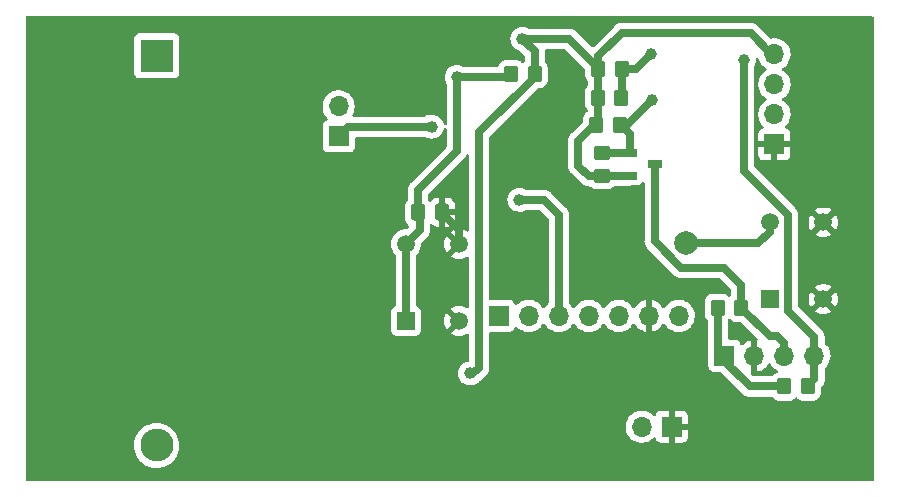
<source format=gbl>
G04 #@! TF.GenerationSoftware,KiCad,Pcbnew,(6.0.4)*
G04 #@! TF.CreationDate,2022-04-15T12:37:11+02:00*
G04 #@! TF.ProjectId,standaard,7374616e-6461-4617-9264-2e6b69636164,rev?*
G04 #@! TF.SameCoordinates,Original*
G04 #@! TF.FileFunction,Copper,L2,Bot*
G04 #@! TF.FilePolarity,Positive*
%FSLAX46Y46*%
G04 Gerber Fmt 4.6, Leading zero omitted, Abs format (unit mm)*
G04 Created by KiCad (PCBNEW (6.0.4)) date 2022-04-15 12:37:11*
%MOMM*%
%LPD*%
G01*
G04 APERTURE LIST*
G04 Aperture macros list*
%AMRoundRect*
0 Rectangle with rounded corners*
0 $1 Rounding radius*
0 $2 $3 $4 $5 $6 $7 $8 $9 X,Y pos of 4 corners*
0 Add a 4 corners polygon primitive as box body*
4,1,4,$2,$3,$4,$5,$6,$7,$8,$9,$2,$3,0*
0 Add four circle primitives for the rounded corners*
1,1,$1+$1,$2,$3*
1,1,$1+$1,$4,$5*
1,1,$1+$1,$6,$7*
1,1,$1+$1,$8,$9*
0 Add four rect primitives between the rounded corners*
20,1,$1+$1,$2,$3,$4,$5,0*
20,1,$1+$1,$4,$5,$6,$7,0*
20,1,$1+$1,$6,$7,$8,$9,0*
20,1,$1+$1,$8,$9,$2,$3,0*%
G04 Aperture macros list end*
G04 #@! TA.AperFunction,ComponentPad*
%ADD10O,1.700000X1.700000*%
G04 #@! TD*
G04 #@! TA.AperFunction,ComponentPad*
%ADD11R,1.700000X1.700000*%
G04 #@! TD*
G04 #@! TA.AperFunction,ComponentPad*
%ADD12R,2.800000X2.800000*%
G04 #@! TD*
G04 #@! TA.AperFunction,ComponentPad*
%ADD13O,2.800000X2.800000*%
G04 #@! TD*
G04 #@! TA.AperFunction,SMDPad,CuDef*
%ADD14RoundRect,0.250000X-0.350000X-0.450000X0.350000X-0.450000X0.350000X0.450000X-0.350000X0.450000X0*%
G04 #@! TD*
G04 #@! TA.AperFunction,SMDPad,CuDef*
%ADD15RoundRect,0.042000X-0.573000X-0.258000X0.573000X-0.258000X0.573000X0.258000X-0.573000X0.258000X0*%
G04 #@! TD*
G04 #@! TA.AperFunction,SMDPad,CuDef*
%ADD16RoundRect,0.250000X0.450000X-0.350000X0.450000X0.350000X-0.450000X0.350000X-0.450000X-0.350000X0*%
G04 #@! TD*
G04 #@! TA.AperFunction,SMDPad,CuDef*
%ADD17RoundRect,0.250000X0.337500X0.475000X-0.337500X0.475000X-0.337500X-0.475000X0.337500X-0.475000X0*%
G04 #@! TD*
G04 #@! TA.AperFunction,SMDPad,CuDef*
%ADD18RoundRect,0.250000X0.350000X0.450000X-0.350000X0.450000X-0.350000X-0.450000X0.350000X-0.450000X0*%
G04 #@! TD*
G04 #@! TA.AperFunction,ComponentPad*
%ADD19R,1.498000X1.498000*%
G04 #@! TD*
G04 #@! TA.AperFunction,ComponentPad*
%ADD20C,1.498000*%
G04 #@! TD*
G04 #@! TA.AperFunction,ViaPad*
%ADD21C,1.000000*%
G04 #@! TD*
G04 #@! TA.AperFunction,ViaPad*
%ADD22C,2.000000*%
G04 #@! TD*
G04 #@! TA.AperFunction,Conductor*
%ADD23C,0.700000*%
G04 #@! TD*
G04 APERTURE END LIST*
D10*
X180869000Y-64380800D03*
D11*
X183409000Y-64380800D03*
X155209000Y-39805800D03*
D10*
X155209000Y-37265800D03*
D12*
X139809000Y-32980800D03*
D13*
X139809000Y-65980800D03*
D11*
X168759000Y-55005800D03*
D10*
X171299000Y-55005800D03*
X173839000Y-55005800D03*
X176379000Y-55005800D03*
X178919000Y-55005800D03*
X181459000Y-55005800D03*
X183999000Y-55005800D03*
D14*
X187309000Y-54330800D03*
X189309000Y-54330800D03*
X177209000Y-34130800D03*
X179209000Y-34130800D03*
D15*
X179849000Y-43130800D03*
X179849000Y-41230800D03*
X181969000Y-42180800D03*
D14*
X192959000Y-60980800D03*
X194959000Y-60980800D03*
X177009000Y-38830800D03*
X179009000Y-38830800D03*
X177159000Y-36530800D03*
X179159000Y-36530800D03*
D10*
X195499000Y-58380800D03*
X192959000Y-58380800D03*
X190419000Y-58380800D03*
D11*
X187879000Y-58380800D03*
D16*
X177509000Y-43180800D03*
X177509000Y-41180800D03*
D17*
X163996500Y-46230800D03*
X161921500Y-46230800D03*
D18*
X171809000Y-34530800D03*
X169809000Y-34530800D03*
D11*
X192109000Y-40480800D03*
D10*
X192109000Y-37940800D03*
X192109000Y-35400800D03*
X192109000Y-32860800D03*
D19*
X191759000Y-53595800D03*
D20*
X191759000Y-47095800D03*
X196259000Y-53595800D03*
X196259000Y-47095800D03*
D19*
X160909000Y-55430800D03*
D20*
X160909000Y-48930800D03*
X165409000Y-55430800D03*
X165409000Y-48930800D03*
D21*
X157859000Y-30330800D03*
X195709000Y-33330800D03*
X172359000Y-42780800D03*
X145409000Y-51830800D03*
X145859000Y-41080800D03*
X152409000Y-46130800D03*
X170059000Y-50430800D03*
X166309000Y-59880800D03*
X165209000Y-34780800D03*
X163109000Y-38980800D03*
X189544000Y-33315800D03*
X170769000Y-31540800D03*
X181679000Y-32810800D03*
D22*
X184659000Y-48881300D03*
D21*
X170509000Y-45180800D03*
X156959000Y-56780800D03*
X181759000Y-36730800D03*
D23*
X156039000Y-39000800D02*
X155309000Y-39730800D01*
X163089000Y-39000800D02*
X156039000Y-39000800D01*
X163109000Y-38980800D02*
X163089000Y-39000800D01*
X166609000Y-59880800D02*
X166309000Y-59880800D01*
X167109000Y-59380800D02*
X166609000Y-59880800D01*
X167109000Y-57930800D02*
X167109000Y-59380800D01*
X171809000Y-34744334D02*
X167109000Y-39444334D01*
X167109000Y-39444334D02*
X167109000Y-57930800D01*
X171809000Y-34530800D02*
X171809000Y-34744334D01*
X165409000Y-47730800D02*
X163909000Y-46230800D01*
X165409000Y-48930800D02*
X165409000Y-47730800D01*
X161921500Y-44368300D02*
X165209000Y-41080800D01*
X165209000Y-41080800D02*
X165209000Y-34780800D01*
X161921500Y-46230800D02*
X161921500Y-44368300D01*
X162059000Y-46480800D02*
X161959000Y-46380800D01*
X162059000Y-47780800D02*
X162059000Y-46480800D01*
X160909000Y-48930800D02*
X162059000Y-47780800D01*
X171809000Y-32580800D02*
X170769000Y-31540800D01*
X171809000Y-34530800D02*
X171809000Y-32580800D01*
X169559000Y-34780800D02*
X169959000Y-34380800D01*
X165209000Y-34780800D02*
X169559000Y-34780800D01*
X160909000Y-55380800D02*
X160759000Y-55530800D01*
X160909000Y-48930800D02*
X160909000Y-55380800D01*
X190009000Y-60980800D02*
X187709000Y-58680800D01*
X192959000Y-60980800D02*
X190009000Y-60980800D01*
X192959000Y-57330800D02*
X192959000Y-58380800D01*
X192359000Y-56730800D02*
X192959000Y-57330800D01*
X189309000Y-54330800D02*
X191709000Y-56730800D01*
X191709000Y-56730800D02*
X192359000Y-56730800D01*
X189259000Y-52380800D02*
X189259000Y-54280800D01*
X187809000Y-50930800D02*
X189259000Y-52380800D01*
X187309000Y-57680800D02*
X187859000Y-58230800D01*
X187309000Y-54330800D02*
X187309000Y-57680800D01*
X195499000Y-60390800D02*
X194909000Y-60980800D01*
X195499000Y-58380800D02*
X195499000Y-60390800D01*
X184234317Y-50930800D02*
X187809000Y-50930800D01*
X181969000Y-48665483D02*
X184234317Y-50930800D01*
X181969000Y-42180800D02*
X181969000Y-48665483D01*
X189544000Y-42761584D02*
X189544000Y-33315800D01*
X193257511Y-54579311D02*
X193257511Y-46475095D01*
X193257511Y-46475095D02*
X189544000Y-42761584D01*
X195499000Y-58380800D02*
X195499000Y-56820800D01*
X195499000Y-56820800D02*
X193257511Y-54579311D01*
X190089489Y-31061289D02*
X191859000Y-32830800D01*
X179178511Y-31061289D02*
X190089489Y-31061289D01*
X179209000Y-34130800D02*
X179209000Y-36580800D01*
X180359000Y-34130800D02*
X181679000Y-32810800D01*
X179209000Y-34130800D02*
X180359000Y-34130800D01*
X179178511Y-31061289D02*
X177209000Y-33030800D01*
X177209000Y-33030800D02*
X177209000Y-33980800D01*
X174719000Y-31540800D02*
X177209000Y-34030800D01*
X170769000Y-31540800D02*
X174719000Y-31540800D01*
X177159000Y-34130800D02*
X177209000Y-34080800D01*
X177159000Y-36530800D02*
X177159000Y-34130800D01*
X175509000Y-40180800D02*
X176909000Y-38780800D01*
X176409000Y-43180800D02*
X175509000Y-42280800D01*
X175509000Y-42280800D02*
X175509000Y-40180800D01*
X177509000Y-43180800D02*
X176409000Y-43180800D01*
X177159000Y-38630800D02*
X177059000Y-38730800D01*
X177159000Y-36530800D02*
X177159000Y-38630800D01*
X179509000Y-43180800D02*
X179659000Y-43180800D01*
X177509000Y-43180800D02*
X179509000Y-43180800D01*
X179759000Y-41180800D02*
X179859000Y-41080800D01*
X177509000Y-41180800D02*
X179759000Y-41180800D01*
X179849000Y-41230800D02*
X179849000Y-39620800D01*
X179849000Y-39620800D02*
X179109000Y-38880800D01*
X179659000Y-38830800D02*
X181759000Y-36730800D01*
X179009000Y-38830800D02*
X179659000Y-38830800D01*
X179159000Y-34530800D02*
X179209000Y-34480800D01*
X191709000Y-47930800D02*
X191709000Y-47080800D01*
X190758500Y-48881300D02*
X191709000Y-47930800D01*
X184659000Y-48881300D02*
X190758500Y-48881300D01*
X172559000Y-45180800D02*
X170509000Y-45180800D01*
X173889000Y-46510800D02*
X172559000Y-45180800D01*
X173889000Y-54055800D02*
X173889000Y-46510800D01*
G04 #@! TA.AperFunction,Conductor*
G36*
X200474621Y-29662302D02*
G01*
X200521114Y-29715958D01*
X200532500Y-29768300D01*
X200532500Y-68866700D01*
X200512498Y-68934821D01*
X200458842Y-68981314D01*
X200406500Y-68992700D01*
X128830500Y-68992700D01*
X128762379Y-68972698D01*
X128715886Y-68919042D01*
X128704500Y-68866700D01*
X128704500Y-65920699D01*
X137896569Y-65920699D01*
X137907180Y-66190763D01*
X137955737Y-66456637D01*
X138041272Y-66713017D01*
X138162078Y-66954787D01*
X138164607Y-66958446D01*
X138268563Y-67108858D01*
X138315744Y-67177124D01*
X138499205Y-67375590D01*
X138708799Y-67546227D01*
X138940346Y-67685630D01*
X138944441Y-67687364D01*
X138944443Y-67687365D01*
X139185124Y-67789280D01*
X139185131Y-67789282D01*
X139189225Y-67791016D01*
X139285358Y-67816505D01*
X139446172Y-67859145D01*
X139446177Y-67859146D01*
X139450469Y-67860284D01*
X139454878Y-67860806D01*
X139454884Y-67860807D01*
X139604210Y-67878480D01*
X139718868Y-67892051D01*
X139989064Y-67885683D01*
X139993459Y-67884951D01*
X139993464Y-67884951D01*
X140251267Y-67842041D01*
X140251271Y-67842040D01*
X140255669Y-67841308D01*
X140423959Y-67788085D01*
X140509114Y-67761154D01*
X140509116Y-67761153D01*
X140513360Y-67759811D01*
X140517371Y-67757885D01*
X140517376Y-67757883D01*
X140752979Y-67644748D01*
X140752980Y-67644747D01*
X140756998Y-67642818D01*
X140905768Y-67543413D01*
X140978013Y-67495141D01*
X140978017Y-67495138D01*
X140981721Y-67492663D01*
X140985038Y-67489692D01*
X140985042Y-67489689D01*
X141179729Y-67315312D01*
X141183045Y-67312342D01*
X141356953Y-67105454D01*
X141499975Y-66876125D01*
X141609258Y-66628933D01*
X141682620Y-66368808D01*
X141705946Y-66195143D01*
X141718172Y-66104124D01*
X141718173Y-66104116D01*
X141718599Y-66100942D01*
X141722375Y-65980800D01*
X141703287Y-65711203D01*
X141646402Y-65446985D01*
X141635831Y-65418329D01*
X141554397Y-65197596D01*
X141552856Y-65193419D01*
X141523510Y-65139031D01*
X141426629Y-64959478D01*
X141426629Y-64959477D01*
X141424516Y-64955562D01*
X141263942Y-64738162D01*
X141074338Y-64545556D01*
X140945710Y-64447390D01*
X140863028Y-64384289D01*
X140863024Y-64384287D01*
X140859487Y-64381587D01*
X140798611Y-64347495D01*
X179506251Y-64347495D01*
X179506548Y-64352648D01*
X179506548Y-64352651D01*
X179508372Y-64384289D01*
X179519110Y-64570515D01*
X179520247Y-64575561D01*
X179520248Y-64575567D01*
X179534606Y-64639275D01*
X179568222Y-64788439D01*
X179652266Y-64995416D01*
X179768987Y-65185888D01*
X179915250Y-65354738D01*
X180087126Y-65497432D01*
X180280000Y-65610138D01*
X180488692Y-65689830D01*
X180493760Y-65690861D01*
X180493763Y-65690862D01*
X180593743Y-65711203D01*
X180707597Y-65734367D01*
X180712772Y-65734557D01*
X180712774Y-65734557D01*
X180925673Y-65742364D01*
X180925677Y-65742364D01*
X180930837Y-65742553D01*
X180935957Y-65741897D01*
X180935959Y-65741897D01*
X181147288Y-65714825D01*
X181147289Y-65714825D01*
X181152416Y-65714168D01*
X181176815Y-65706848D01*
X181361429Y-65651461D01*
X181361434Y-65651459D01*
X181366384Y-65649974D01*
X181566994Y-65551696D01*
X181748860Y-65421973D01*
X181777079Y-65393853D01*
X181857479Y-65313733D01*
X181919851Y-65279817D01*
X181990658Y-65285005D01*
X182047419Y-65327651D01*
X182064401Y-65358754D01*
X182105676Y-65468854D01*
X182114214Y-65484449D01*
X182190715Y-65586524D01*
X182203276Y-65599085D01*
X182305351Y-65675586D01*
X182320946Y-65684124D01*
X182441394Y-65729278D01*
X182456649Y-65732905D01*
X182507514Y-65738431D01*
X182514328Y-65738800D01*
X183136885Y-65738800D01*
X183152124Y-65734325D01*
X183153329Y-65732935D01*
X183155000Y-65725252D01*
X183155000Y-65720684D01*
X183663000Y-65720684D01*
X183667475Y-65735923D01*
X183668865Y-65737128D01*
X183676548Y-65738799D01*
X184303669Y-65738799D01*
X184310490Y-65738429D01*
X184361352Y-65732905D01*
X184376604Y-65729279D01*
X184497054Y-65684124D01*
X184512649Y-65675586D01*
X184614724Y-65599085D01*
X184627285Y-65586524D01*
X184703786Y-65484449D01*
X184712324Y-65468854D01*
X184757478Y-65348406D01*
X184761105Y-65333151D01*
X184766631Y-65282286D01*
X184767000Y-65275472D01*
X184767000Y-64652915D01*
X184762525Y-64637676D01*
X184761135Y-64636471D01*
X184753452Y-64634800D01*
X183681115Y-64634800D01*
X183665876Y-64639275D01*
X183664671Y-64640665D01*
X183663000Y-64648348D01*
X183663000Y-65720684D01*
X183155000Y-65720684D01*
X183155000Y-64108685D01*
X183663000Y-64108685D01*
X183667475Y-64123924D01*
X183668865Y-64125129D01*
X183676548Y-64126800D01*
X184748884Y-64126800D01*
X184764123Y-64122325D01*
X184765328Y-64120935D01*
X184766999Y-64113252D01*
X184766999Y-63486131D01*
X184766629Y-63479310D01*
X184761105Y-63428448D01*
X184757479Y-63413196D01*
X184712324Y-63292746D01*
X184703786Y-63277151D01*
X184627285Y-63175076D01*
X184614724Y-63162515D01*
X184512649Y-63086014D01*
X184497054Y-63077476D01*
X184376606Y-63032322D01*
X184361351Y-63028695D01*
X184310486Y-63023169D01*
X184303672Y-63022800D01*
X183681115Y-63022800D01*
X183665876Y-63027275D01*
X183664671Y-63028665D01*
X183663000Y-63036348D01*
X183663000Y-64108685D01*
X183155000Y-64108685D01*
X183155000Y-63040916D01*
X183150525Y-63025677D01*
X183149135Y-63024472D01*
X183141452Y-63022801D01*
X182514331Y-63022801D01*
X182507510Y-63023171D01*
X182456648Y-63028695D01*
X182441396Y-63032321D01*
X182320946Y-63077476D01*
X182305351Y-63086014D01*
X182203276Y-63162515D01*
X182190715Y-63175076D01*
X182114214Y-63277151D01*
X182105676Y-63292746D01*
X182064297Y-63403122D01*
X182021655Y-63459887D01*
X181955093Y-63484586D01*
X181885744Y-63469378D01*
X181853121Y-63443691D01*
X181802151Y-63387676D01*
X181802148Y-63387673D01*
X181798670Y-63383851D01*
X181794619Y-63380652D01*
X181794615Y-63380648D01*
X181627414Y-63248600D01*
X181627410Y-63248598D01*
X181623359Y-63245398D01*
X181427789Y-63137438D01*
X181422920Y-63135714D01*
X181422916Y-63135712D01*
X181222087Y-63064595D01*
X181222083Y-63064594D01*
X181217212Y-63062869D01*
X181212119Y-63061962D01*
X181212116Y-63061961D01*
X181002373Y-63024600D01*
X181002367Y-63024599D01*
X180997284Y-63023694D01*
X180923452Y-63022792D01*
X180779081Y-63021028D01*
X180779079Y-63021028D01*
X180773911Y-63020965D01*
X180553091Y-63054755D01*
X180340756Y-63124157D01*
X180142607Y-63227307D01*
X180138474Y-63230410D01*
X180138471Y-63230412D01*
X180055450Y-63292746D01*
X179963965Y-63361435D01*
X179809629Y-63522938D01*
X179683743Y-63707480D01*
X179589688Y-63910105D01*
X179529989Y-64125370D01*
X179506251Y-64347495D01*
X140798611Y-64347495D01*
X140623675Y-64249527D01*
X140371609Y-64152010D01*
X140367284Y-64151007D01*
X140367279Y-64151006D01*
X140255637Y-64125129D01*
X140108318Y-64090982D01*
X139839054Y-64067661D01*
X139834619Y-64067905D01*
X139834615Y-64067905D01*
X139573634Y-64082268D01*
X139573627Y-64082269D01*
X139569191Y-64082513D01*
X139437622Y-64108683D01*
X139308484Y-64134370D01*
X139308479Y-64134371D01*
X139304112Y-64135240D01*
X139299909Y-64136716D01*
X139053315Y-64223313D01*
X139053312Y-64223314D01*
X139049107Y-64224791D01*
X139045154Y-64226844D01*
X139045148Y-64226847D01*
X139001488Y-64249527D01*
X138809264Y-64349380D01*
X138805649Y-64351963D01*
X138805643Y-64351967D01*
X138592990Y-64503931D01*
X138592986Y-64503934D01*
X138589369Y-64506519D01*
X138586149Y-64509591D01*
X138435907Y-64652915D01*
X138393808Y-64693075D01*
X138226485Y-64905324D01*
X138224253Y-64909166D01*
X138224250Y-64909171D01*
X138092974Y-65135177D01*
X138092971Y-65135184D01*
X138090736Y-65139031D01*
X138089062Y-65143164D01*
X138001740Y-65358754D01*
X137989272Y-65389535D01*
X137988201Y-65393848D01*
X137988199Y-65393853D01*
X137925189Y-65647514D01*
X137924116Y-65651835D01*
X137923662Y-65656263D01*
X137923662Y-65656265D01*
X137914841Y-65742364D01*
X137896569Y-65920699D01*
X128704500Y-65920699D01*
X128704500Y-37232495D01*
X153846251Y-37232495D01*
X153846548Y-37237648D01*
X153846548Y-37237651D01*
X153852011Y-37332390D01*
X153859110Y-37455515D01*
X153908222Y-37673439D01*
X153992266Y-37880416D01*
X154008860Y-37907495D01*
X154097310Y-38051832D01*
X154108987Y-38070888D01*
X154255250Y-38239738D01*
X154259230Y-38243042D01*
X154263981Y-38246987D01*
X154303616Y-38305890D01*
X154305113Y-38376871D01*
X154267997Y-38437393D01*
X154227724Y-38461912D01*
X154112295Y-38505185D01*
X153995739Y-38592539D01*
X153908385Y-38709095D01*
X153857255Y-38845484D01*
X153850500Y-38907666D01*
X153850500Y-40703934D01*
X153857255Y-40766116D01*
X153908385Y-40902505D01*
X153995739Y-41019061D01*
X154112295Y-41106415D01*
X154248684Y-41157545D01*
X154310866Y-41164300D01*
X156107134Y-41164300D01*
X156169316Y-41157545D01*
X156305705Y-41106415D01*
X156422261Y-41019061D01*
X156509615Y-40902505D01*
X156560745Y-40766116D01*
X156567500Y-40703934D01*
X156567500Y-39985300D01*
X156587502Y-39917179D01*
X156641158Y-39870686D01*
X156693500Y-39859300D01*
X162580788Y-39859300D01*
X162642258Y-39875312D01*
X162703294Y-39909424D01*
X162891392Y-39970540D01*
X163087777Y-39993958D01*
X163093912Y-39993486D01*
X163093914Y-39993486D01*
X163278830Y-39979257D01*
X163278834Y-39979256D01*
X163284972Y-39978784D01*
X163475463Y-39925598D01*
X163480967Y-39922818D01*
X163480969Y-39922817D01*
X163646495Y-39839204D01*
X163646497Y-39839203D01*
X163651996Y-39836425D01*
X163807847Y-39714661D01*
X163912914Y-39592939D01*
X163933049Y-39569613D01*
X163933050Y-39569611D01*
X163937078Y-39564945D01*
X164034769Y-39392979D01*
X164097197Y-39205313D01*
X164099494Y-39187130D01*
X164127875Y-39122054D01*
X164186935Y-39082652D01*
X164257921Y-39081435D01*
X164318296Y-39118790D01*
X164348892Y-39182856D01*
X164350500Y-39202922D01*
X164350500Y-40673008D01*
X164330498Y-40741129D01*
X164313595Y-40762103D01*
X162827055Y-42248642D01*
X161343717Y-43731980D01*
X161335951Y-43739122D01*
X161296133Y-43772771D01*
X161291986Y-43778195D01*
X161291985Y-43778196D01*
X161246826Y-43837262D01*
X161244932Y-43839679D01*
X161193990Y-43903038D01*
X161190953Y-43909157D01*
X161189165Y-43911952D01*
X161188912Y-43912313D01*
X161188710Y-43912680D01*
X161186979Y-43915538D01*
X161182840Y-43920952D01*
X161151475Y-43988214D01*
X161148515Y-43994562D01*
X161147181Y-43997333D01*
X161111053Y-44070114D01*
X161109402Y-44076735D01*
X161108251Y-44079863D01*
X161108087Y-44080256D01*
X161107968Y-44080661D01*
X161106891Y-44083825D01*
X161104010Y-44090004D01*
X161094370Y-44133132D01*
X161086285Y-44169302D01*
X161085576Y-44172298D01*
X161073097Y-44222350D01*
X161065928Y-44251101D01*
X161065737Y-44257922D01*
X161065285Y-44261225D01*
X161065126Y-44262109D01*
X161064448Y-44266992D01*
X161063320Y-44272040D01*
X161063000Y-44277763D01*
X161063000Y-44354144D01*
X161062951Y-44357663D01*
X161060719Y-44437557D01*
X161061998Y-44444261D01*
X161062545Y-44451062D01*
X161062025Y-44451104D01*
X161063000Y-44461425D01*
X161063000Y-45151928D01*
X161042998Y-45220049D01*
X161026174Y-45240945D01*
X160993568Y-45273608D01*
X160984695Y-45282497D01*
X160980855Y-45288727D01*
X160980854Y-45288728D01*
X160934620Y-45363734D01*
X160891885Y-45433062D01*
X160889581Y-45440009D01*
X160853788Y-45547923D01*
X160836203Y-45600939D01*
X160825500Y-45705400D01*
X160825500Y-46756200D01*
X160825837Y-46759446D01*
X160825837Y-46759450D01*
X160835618Y-46853714D01*
X160836474Y-46861966D01*
X160838655Y-46868502D01*
X160838655Y-46868504D01*
X160846430Y-46891809D01*
X160892450Y-47029746D01*
X160985522Y-47180148D01*
X161110697Y-47305105D01*
X161116926Y-47308945D01*
X161117400Y-47309319D01*
X161158462Y-47367236D01*
X161161693Y-47438159D01*
X161128402Y-47497295D01*
X160993626Y-47632071D01*
X160931314Y-47666097D01*
X160909000Y-47668496D01*
X160909000Y-47668497D01*
X160689803Y-47687674D01*
X160562757Y-47721716D01*
X160482577Y-47743200D01*
X160482575Y-47743201D01*
X160477267Y-47744623D01*
X160472287Y-47746945D01*
X160472285Y-47746946D01*
X160282830Y-47835291D01*
X160282827Y-47835293D01*
X160277849Y-47837614D01*
X160097607Y-47963820D01*
X159942020Y-48119407D01*
X159815814Y-48299649D01*
X159813493Y-48304627D01*
X159813491Y-48304630D01*
X159727422Y-48489204D01*
X159722823Y-48499067D01*
X159665874Y-48711603D01*
X159646697Y-48930800D01*
X159665874Y-49149997D01*
X159678188Y-49195952D01*
X159716353Y-49338385D01*
X159722823Y-49362533D01*
X159725145Y-49367513D01*
X159725146Y-49367515D01*
X159785583Y-49497120D01*
X159815814Y-49561951D01*
X159942020Y-49742193D01*
X160013595Y-49813768D01*
X160047621Y-49876080D01*
X160050500Y-49902863D01*
X160050500Y-54092421D01*
X160030498Y-54160542D01*
X159976842Y-54207035D01*
X159968730Y-54210403D01*
X159933240Y-54223708D01*
X159913295Y-54231185D01*
X159796739Y-54318539D01*
X159709385Y-54435095D01*
X159658255Y-54571484D01*
X159651500Y-54633666D01*
X159651500Y-56227934D01*
X159658255Y-56290116D01*
X159709385Y-56426505D01*
X159796739Y-56543061D01*
X159913295Y-56630415D01*
X160049684Y-56681545D01*
X160111866Y-56688300D01*
X161706134Y-56688300D01*
X161768316Y-56681545D01*
X161904705Y-56630415D01*
X162021261Y-56543061D01*
X162108615Y-56426505D01*
X162159745Y-56290116D01*
X162166500Y-56227934D01*
X162166500Y-55436275D01*
X164147677Y-55436275D01*
X164165889Y-55644430D01*
X164167792Y-55655225D01*
X164221871Y-55857052D01*
X164225617Y-55867344D01*
X164313923Y-56056716D01*
X164319401Y-56066206D01*
X164348128Y-56107232D01*
X164358604Y-56115606D01*
X164372049Y-56108540D01*
X165036979Y-55443611D01*
X165044592Y-55429668D01*
X165044461Y-55427834D01*
X165040210Y-55421220D01*
X164371326Y-54752337D01*
X164359556Y-54745910D01*
X164347541Y-54755206D01*
X164319401Y-54795394D01*
X164313923Y-54804884D01*
X164225617Y-54994256D01*
X164221871Y-55004548D01*
X164167792Y-55206375D01*
X164165889Y-55217170D01*
X164147677Y-55425325D01*
X164147677Y-55436275D01*
X162166500Y-55436275D01*
X162166500Y-54633666D01*
X162159745Y-54571484D01*
X162108615Y-54435095D01*
X162021261Y-54318539D01*
X161904705Y-54231185D01*
X161884760Y-54223708D01*
X161849270Y-54210403D01*
X161792505Y-54167761D01*
X161767806Y-54101199D01*
X161767500Y-54092421D01*
X161767500Y-49902863D01*
X161787502Y-49834742D01*
X161804405Y-49813768D01*
X161875980Y-49742193D01*
X162002186Y-49561951D01*
X162032418Y-49497120D01*
X162092854Y-49367515D01*
X162092855Y-49367513D01*
X162095177Y-49362533D01*
X162101648Y-49338385D01*
X162139812Y-49195952D01*
X162152126Y-49149997D01*
X162170824Y-48936275D01*
X164147677Y-48936275D01*
X164165889Y-49144430D01*
X164167792Y-49155225D01*
X164221871Y-49357052D01*
X164225617Y-49367344D01*
X164313923Y-49556716D01*
X164319401Y-49566206D01*
X164348128Y-49607232D01*
X164358604Y-49615606D01*
X164372049Y-49608540D01*
X165036979Y-48943611D01*
X165044592Y-48929668D01*
X165044461Y-48927834D01*
X165040210Y-48921220D01*
X164371326Y-48252337D01*
X164359556Y-48245910D01*
X164347541Y-48255206D01*
X164319401Y-48295394D01*
X164313923Y-48304884D01*
X164225617Y-48494256D01*
X164221871Y-48504548D01*
X164167792Y-48706375D01*
X164165889Y-48717170D01*
X164147677Y-48925325D01*
X164147677Y-48936275D01*
X162170824Y-48936275D01*
X162171303Y-48930800D01*
X162172115Y-48930871D01*
X162190826Y-48867148D01*
X162207729Y-48846173D01*
X162407222Y-48646681D01*
X162636789Y-48417114D01*
X162644556Y-48409972D01*
X162679153Y-48380736D01*
X162679157Y-48380732D01*
X162684367Y-48376329D01*
X162733679Y-48311831D01*
X162735573Y-48309415D01*
X162782232Y-48251383D01*
X162782233Y-48251382D01*
X162786510Y-48246062D01*
X162789547Y-48239943D01*
X162791335Y-48237148D01*
X162791588Y-48236787D01*
X162791790Y-48236420D01*
X162793521Y-48233562D01*
X162797660Y-48228148D01*
X162831986Y-48154536D01*
X162833320Y-48151764D01*
X162851316Y-48115512D01*
X162869447Y-48078986D01*
X162871098Y-48072365D01*
X162872249Y-48069237D01*
X162872413Y-48068843D01*
X162872532Y-48068439D01*
X162873609Y-48065276D01*
X162876490Y-48059096D01*
X162894206Y-47979842D01*
X162894913Y-47976848D01*
X162897191Y-47967715D01*
X162914573Y-47897998D01*
X162914763Y-47891177D01*
X162915216Y-47887874D01*
X162915375Y-47886992D01*
X162916054Y-47882099D01*
X162917180Y-47877060D01*
X162917500Y-47871337D01*
X162917500Y-47794971D01*
X162917549Y-47791453D01*
X162919591Y-47718363D01*
X162919591Y-47718358D01*
X162919781Y-47711543D01*
X162918503Y-47704842D01*
X162917955Y-47698038D01*
X162918475Y-47697996D01*
X162917500Y-47687675D01*
X162917500Y-47340485D01*
X162937502Y-47272364D01*
X162991158Y-47225871D01*
X163061432Y-47215767D01*
X163126012Y-47245261D01*
X163132518Y-47251312D01*
X163180829Y-47299539D01*
X163192240Y-47308551D01*
X163330243Y-47393616D01*
X163343424Y-47399763D01*
X163497710Y-47450938D01*
X163511086Y-47453805D01*
X163605438Y-47463472D01*
X163611854Y-47463800D01*
X163724385Y-47463800D01*
X163739624Y-47459325D01*
X163740829Y-47457935D01*
X163742500Y-47450252D01*
X163742500Y-47445684D01*
X164250500Y-47445684D01*
X164254975Y-47460923D01*
X164256365Y-47462128D01*
X164264048Y-47463799D01*
X164381095Y-47463799D01*
X164387614Y-47463462D01*
X164483206Y-47453543D01*
X164496600Y-47450651D01*
X164650784Y-47399212D01*
X164663962Y-47393039D01*
X164801807Y-47307737D01*
X164813208Y-47298701D01*
X164927739Y-47183971D01*
X164936751Y-47172560D01*
X165021816Y-47034557D01*
X165027963Y-47021376D01*
X165079138Y-46867090D01*
X165082005Y-46853714D01*
X165091672Y-46759362D01*
X165092000Y-46752946D01*
X165092000Y-46502915D01*
X165087525Y-46487676D01*
X165086135Y-46486471D01*
X165078452Y-46484800D01*
X164268615Y-46484800D01*
X164253376Y-46489275D01*
X164252171Y-46490665D01*
X164250500Y-46498348D01*
X164250500Y-47445684D01*
X163742500Y-47445684D01*
X163742500Y-45958685D01*
X164250500Y-45958685D01*
X164254975Y-45973924D01*
X164256365Y-45975129D01*
X164264048Y-45976800D01*
X165073884Y-45976800D01*
X165089123Y-45972325D01*
X165090328Y-45970935D01*
X165091999Y-45963252D01*
X165091999Y-45708705D01*
X165091662Y-45702186D01*
X165081743Y-45606594D01*
X165078851Y-45593200D01*
X165027412Y-45439016D01*
X165021239Y-45425838D01*
X164935937Y-45287993D01*
X164926901Y-45276592D01*
X164812171Y-45162061D01*
X164800760Y-45153049D01*
X164662757Y-45067984D01*
X164649576Y-45061837D01*
X164495290Y-45010662D01*
X164481914Y-45007795D01*
X164387562Y-44998128D01*
X164381145Y-44997800D01*
X164268615Y-44997800D01*
X164253376Y-45002275D01*
X164252171Y-45003665D01*
X164250500Y-45011348D01*
X164250500Y-45958685D01*
X163742500Y-45958685D01*
X163742500Y-45015916D01*
X163738025Y-45000677D01*
X163736635Y-44999472D01*
X163728952Y-44997801D01*
X163611905Y-44997801D01*
X163605386Y-44998138D01*
X163509794Y-45008057D01*
X163496400Y-45010949D01*
X163342216Y-45062388D01*
X163329038Y-45068561D01*
X163191193Y-45153863D01*
X163179792Y-45162899D01*
X163065262Y-45277628D01*
X163058206Y-45286562D01*
X163000288Y-45327623D01*
X162929365Y-45330853D01*
X162867954Y-45295226D01*
X162861154Y-45287393D01*
X162857478Y-45281452D01*
X162816982Y-45241027D01*
X162782903Y-45178745D01*
X162780000Y-45151854D01*
X162780000Y-44776092D01*
X162800002Y-44707971D01*
X162816905Y-44686997D01*
X165786776Y-41717126D01*
X165794543Y-41709983D01*
X165829154Y-41680734D01*
X165834367Y-41676329D01*
X165883717Y-41611783D01*
X165885601Y-41609381D01*
X165932228Y-41551389D01*
X165932232Y-41551383D01*
X165936510Y-41546062D01*
X165939547Y-41539943D01*
X165941335Y-41537148D01*
X165941588Y-41536787D01*
X165941790Y-41536420D01*
X165943521Y-41533562D01*
X165947660Y-41528148D01*
X165981986Y-41454536D01*
X165983320Y-41451765D01*
X166011640Y-41394714D01*
X166059845Y-41342590D01*
X166128577Y-41324803D01*
X166196015Y-41346999D01*
X166240747Y-41402131D01*
X166250500Y-41450737D01*
X166250500Y-47743466D01*
X166230498Y-47811587D01*
X166176842Y-47858080D01*
X166106568Y-47868184D01*
X166052230Y-47846680D01*
X166044408Y-47841203D01*
X166034914Y-47835721D01*
X165845544Y-47747417D01*
X165835252Y-47743671D01*
X165633425Y-47689592D01*
X165622630Y-47687689D01*
X165414475Y-47669477D01*
X165403525Y-47669477D01*
X165195370Y-47687689D01*
X165184575Y-47689592D01*
X164982748Y-47743671D01*
X164972456Y-47747417D01*
X164783084Y-47835723D01*
X164773594Y-47841201D01*
X164732568Y-47869928D01*
X164724194Y-47880404D01*
X164731262Y-47893850D01*
X165679116Y-48841705D01*
X165713141Y-48904017D01*
X165708076Y-48974833D01*
X165679115Y-49019895D01*
X165409000Y-49290010D01*
X164730541Y-49968470D01*
X164724111Y-49980244D01*
X164733407Y-49992259D01*
X164773594Y-50020399D01*
X164783084Y-50025877D01*
X164972456Y-50114183D01*
X164982748Y-50117929D01*
X165184575Y-50172008D01*
X165195370Y-50173911D01*
X165403525Y-50192123D01*
X165414475Y-50192123D01*
X165622630Y-50173911D01*
X165633425Y-50172008D01*
X165835252Y-50117929D01*
X165845544Y-50114183D01*
X166034914Y-50025879D01*
X166044408Y-50020397D01*
X166052230Y-50014920D01*
X166119504Y-49992233D01*
X166188365Y-50009519D01*
X166236948Y-50061289D01*
X166250500Y-50118134D01*
X166250500Y-54243466D01*
X166230498Y-54311587D01*
X166176842Y-54358080D01*
X166106568Y-54368184D01*
X166052230Y-54346680D01*
X166044408Y-54341203D01*
X166034914Y-54335721D01*
X165845544Y-54247417D01*
X165835252Y-54243671D01*
X165633425Y-54189592D01*
X165622630Y-54187689D01*
X165414475Y-54169477D01*
X165403525Y-54169477D01*
X165195370Y-54187689D01*
X165184575Y-54189592D01*
X164982748Y-54243671D01*
X164972456Y-54247417D01*
X164783084Y-54335723D01*
X164773594Y-54341201D01*
X164732568Y-54369928D01*
X164724194Y-54380404D01*
X164731262Y-54393850D01*
X165679116Y-55341705D01*
X165713141Y-55404017D01*
X165708076Y-55474833D01*
X165679115Y-55519895D01*
X165409000Y-55790010D01*
X164730541Y-56468470D01*
X164724111Y-56480244D01*
X164733407Y-56492259D01*
X164773594Y-56520399D01*
X164783084Y-56525877D01*
X164972456Y-56614183D01*
X164982748Y-56617929D01*
X165184575Y-56672008D01*
X165195370Y-56673911D01*
X165403525Y-56692123D01*
X165414475Y-56692123D01*
X165622630Y-56673911D01*
X165633425Y-56672008D01*
X165835252Y-56617929D01*
X165845544Y-56614183D01*
X166034914Y-56525879D01*
X166044408Y-56520397D01*
X166052230Y-56514920D01*
X166119504Y-56492233D01*
X166188365Y-56509519D01*
X166236948Y-56561289D01*
X166250500Y-56618134D01*
X166250500Y-58758359D01*
X166230498Y-58826480D01*
X166176842Y-58872973D01*
X166135923Y-58883840D01*
X166133989Y-58884016D01*
X166119112Y-58885370D01*
X165929381Y-58941210D01*
X165923923Y-58944063D01*
X165923919Y-58944065D01*
X165833147Y-58991520D01*
X165754110Y-59032840D01*
X165599975Y-59156768D01*
X165472846Y-59308274D01*
X165469879Y-59313672D01*
X165469875Y-59313677D01*
X165412343Y-59418329D01*
X165377567Y-59481587D01*
X165375706Y-59487454D01*
X165375705Y-59487456D01*
X165341888Y-59594061D01*
X165317765Y-59670106D01*
X165295719Y-59866651D01*
X165296235Y-59872795D01*
X165311657Y-60056452D01*
X165312268Y-60063734D01*
X165366783Y-60253850D01*
X165457187Y-60429756D01*
X165580035Y-60584753D01*
X165584728Y-60588747D01*
X165584729Y-60588748D01*
X165693068Y-60680951D01*
X165730650Y-60712936D01*
X165903294Y-60809424D01*
X166091392Y-60870540D01*
X166287777Y-60893958D01*
X166293912Y-60893486D01*
X166293914Y-60893486D01*
X166478830Y-60879257D01*
X166478834Y-60879256D01*
X166484972Y-60878784D01*
X166675463Y-60825598D01*
X166680967Y-60822818D01*
X166680969Y-60822817D01*
X166846493Y-60739205D01*
X166846495Y-60739204D01*
X166851996Y-60736425D01*
X166906029Y-60694210D01*
X166943414Y-60674081D01*
X166964750Y-60666901D01*
X166964755Y-60666899D01*
X166971223Y-60664722D01*
X166977076Y-60661205D01*
X166980084Y-60659815D01*
X166980489Y-60659648D01*
X166980865Y-60659443D01*
X166983852Y-60657973D01*
X166990268Y-60655638D01*
X167058920Y-60612070D01*
X167061389Y-60610545D01*
X167131109Y-60568653D01*
X167136066Y-60563966D01*
X167138723Y-60561949D01*
X167139469Y-60561431D01*
X167143400Y-60558457D01*
X167147759Y-60555691D01*
X167152032Y-60551870D01*
X167206031Y-60497872D01*
X167208552Y-60495420D01*
X167261682Y-60445177D01*
X167261683Y-60445176D01*
X167266636Y-60440492D01*
X167270470Y-60434851D01*
X167274893Y-60429653D01*
X167275292Y-60429993D01*
X167281900Y-60422002D01*
X167686788Y-60017115D01*
X167694555Y-60009973D01*
X167729152Y-59980736D01*
X167734367Y-59976329D01*
X167783679Y-59911831D01*
X167785573Y-59909415D01*
X167790614Y-59903146D01*
X167836510Y-59846062D01*
X167839547Y-59839943D01*
X167841335Y-59837148D01*
X167841588Y-59836787D01*
X167841790Y-59836420D01*
X167843521Y-59833562D01*
X167847660Y-59828148D01*
X167881986Y-59754536D01*
X167883320Y-59751764D01*
X167916414Y-59685096D01*
X167919447Y-59678986D01*
X167921098Y-59672365D01*
X167922249Y-59669237D01*
X167922413Y-59668844D01*
X167922532Y-59668439D01*
X167923609Y-59665275D01*
X167926490Y-59659096D01*
X167944215Y-59579798D01*
X167944924Y-59576802D01*
X167962921Y-59504621D01*
X167962921Y-59504620D01*
X167964572Y-59497999D01*
X167964763Y-59491178D01*
X167965215Y-59487875D01*
X167965374Y-59486991D01*
X167966052Y-59482108D01*
X167967180Y-59477060D01*
X167967500Y-59471337D01*
X167967500Y-59394956D01*
X167967549Y-59391437D01*
X167968748Y-59348515D01*
X167969781Y-59311543D01*
X167968502Y-59304839D01*
X167967955Y-59298038D01*
X167968475Y-59297996D01*
X167967500Y-59287675D01*
X167967500Y-56490300D01*
X167987502Y-56422179D01*
X168041158Y-56375686D01*
X168093500Y-56364300D01*
X169657134Y-56364300D01*
X169719316Y-56357545D01*
X169855705Y-56306415D01*
X169972261Y-56219061D01*
X170059615Y-56102505D01*
X170081799Y-56043329D01*
X170103598Y-55985182D01*
X170146240Y-55928418D01*
X170212802Y-55903718D01*
X170282150Y-55918926D01*
X170316817Y-55946914D01*
X170345250Y-55979738D01*
X170517126Y-56122432D01*
X170710000Y-56235138D01*
X170918692Y-56314830D01*
X170923760Y-56315861D01*
X170923763Y-56315862D01*
X171018862Y-56335210D01*
X171137597Y-56359367D01*
X171142772Y-56359557D01*
X171142774Y-56359557D01*
X171355673Y-56367364D01*
X171355677Y-56367364D01*
X171360837Y-56367553D01*
X171365957Y-56366897D01*
X171365959Y-56366897D01*
X171577288Y-56339825D01*
X171577289Y-56339825D01*
X171582416Y-56339168D01*
X171587366Y-56337683D01*
X171791429Y-56276461D01*
X171791434Y-56276459D01*
X171796384Y-56274974D01*
X171996994Y-56176696D01*
X172178860Y-56046973D01*
X172227427Y-55998576D01*
X172308735Y-55917551D01*
X172337096Y-55889289D01*
X172346014Y-55876879D01*
X172467453Y-55707877D01*
X172468776Y-55708828D01*
X172515645Y-55665657D01*
X172585580Y-55653425D01*
X172651026Y-55680944D01*
X172678875Y-55712794D01*
X172738987Y-55810888D01*
X172885250Y-55979738D01*
X173057126Y-56122432D01*
X173250000Y-56235138D01*
X173458692Y-56314830D01*
X173463760Y-56315861D01*
X173463763Y-56315862D01*
X173558862Y-56335210D01*
X173677597Y-56359367D01*
X173682772Y-56359557D01*
X173682774Y-56359557D01*
X173895673Y-56367364D01*
X173895677Y-56367364D01*
X173900837Y-56367553D01*
X173905957Y-56366897D01*
X173905959Y-56366897D01*
X174117288Y-56339825D01*
X174117289Y-56339825D01*
X174122416Y-56339168D01*
X174127366Y-56337683D01*
X174331429Y-56276461D01*
X174331434Y-56276459D01*
X174336384Y-56274974D01*
X174536994Y-56176696D01*
X174718860Y-56046973D01*
X174767427Y-55998576D01*
X174848735Y-55917551D01*
X174877096Y-55889289D01*
X174886014Y-55876879D01*
X175007453Y-55707877D01*
X175008776Y-55708828D01*
X175055645Y-55665657D01*
X175125580Y-55653425D01*
X175191026Y-55680944D01*
X175218875Y-55712794D01*
X175278987Y-55810888D01*
X175425250Y-55979738D01*
X175597126Y-56122432D01*
X175790000Y-56235138D01*
X175998692Y-56314830D01*
X176003760Y-56315861D01*
X176003763Y-56315862D01*
X176098862Y-56335210D01*
X176217597Y-56359367D01*
X176222772Y-56359557D01*
X176222774Y-56359557D01*
X176435673Y-56367364D01*
X176435677Y-56367364D01*
X176440837Y-56367553D01*
X176445957Y-56366897D01*
X176445959Y-56366897D01*
X176657288Y-56339825D01*
X176657289Y-56339825D01*
X176662416Y-56339168D01*
X176667366Y-56337683D01*
X176871429Y-56276461D01*
X176871434Y-56276459D01*
X176876384Y-56274974D01*
X177076994Y-56176696D01*
X177258860Y-56046973D01*
X177307427Y-55998576D01*
X177388735Y-55917551D01*
X177417096Y-55889289D01*
X177426014Y-55876879D01*
X177547453Y-55707877D01*
X177548776Y-55708828D01*
X177595645Y-55665657D01*
X177665580Y-55653425D01*
X177731026Y-55680944D01*
X177758875Y-55712794D01*
X177818987Y-55810888D01*
X177965250Y-55979738D01*
X178137126Y-56122432D01*
X178330000Y-56235138D01*
X178538692Y-56314830D01*
X178543760Y-56315861D01*
X178543763Y-56315862D01*
X178638862Y-56335210D01*
X178757597Y-56359367D01*
X178762772Y-56359557D01*
X178762774Y-56359557D01*
X178975673Y-56367364D01*
X178975677Y-56367364D01*
X178980837Y-56367553D01*
X178985957Y-56366897D01*
X178985959Y-56366897D01*
X179197288Y-56339825D01*
X179197289Y-56339825D01*
X179202416Y-56339168D01*
X179207366Y-56337683D01*
X179411429Y-56276461D01*
X179411434Y-56276459D01*
X179416384Y-56274974D01*
X179616994Y-56176696D01*
X179798860Y-56046973D01*
X179847427Y-55998576D01*
X179928735Y-55917551D01*
X179957096Y-55889289D01*
X179966014Y-55876879D01*
X180087453Y-55707877D01*
X180088640Y-55708730D01*
X180135960Y-55665162D01*
X180205897Y-55652945D01*
X180271338Y-55680478D01*
X180299166Y-55712311D01*
X180356694Y-55806188D01*
X180362777Y-55814499D01*
X180502213Y-55975467D01*
X180509580Y-55982683D01*
X180673434Y-56118716D01*
X180681881Y-56124631D01*
X180865756Y-56232079D01*
X180875042Y-56236529D01*
X181074001Y-56312503D01*
X181083899Y-56315379D01*
X181187250Y-56336406D01*
X181201299Y-56335210D01*
X181205000Y-56324865D01*
X181205000Y-56324317D01*
X181713000Y-56324317D01*
X181717064Y-56338159D01*
X181730478Y-56340193D01*
X181737184Y-56339334D01*
X181747262Y-56337192D01*
X181951255Y-56275991D01*
X181960842Y-56272233D01*
X182152095Y-56178539D01*
X182160945Y-56173264D01*
X182334328Y-56049592D01*
X182342200Y-56042939D01*
X182493052Y-55892612D01*
X182499730Y-55884765D01*
X182627022Y-55707619D01*
X182628279Y-55708522D01*
X182675373Y-55665162D01*
X182745311Y-55652945D01*
X182810751Y-55680478D01*
X182838579Y-55712311D01*
X182898987Y-55810888D01*
X183045250Y-55979738D01*
X183217126Y-56122432D01*
X183410000Y-56235138D01*
X183618692Y-56314830D01*
X183623760Y-56315861D01*
X183623763Y-56315862D01*
X183718862Y-56335210D01*
X183837597Y-56359367D01*
X183842772Y-56359557D01*
X183842774Y-56359557D01*
X184055673Y-56367364D01*
X184055677Y-56367364D01*
X184060837Y-56367553D01*
X184065957Y-56366897D01*
X184065959Y-56366897D01*
X184277288Y-56339825D01*
X184277289Y-56339825D01*
X184282416Y-56339168D01*
X184287366Y-56337683D01*
X184491429Y-56276461D01*
X184491434Y-56276459D01*
X184496384Y-56274974D01*
X184696994Y-56176696D01*
X184878860Y-56046973D01*
X184927427Y-55998576D01*
X185008735Y-55917551D01*
X185037096Y-55889289D01*
X185046014Y-55876879D01*
X185164435Y-55712077D01*
X185167453Y-55707877D01*
X185180995Y-55680478D01*
X185264136Y-55512253D01*
X185264137Y-55512251D01*
X185266430Y-55507611D01*
X185305169Y-55380105D01*
X185329865Y-55298823D01*
X185329865Y-55298821D01*
X185331370Y-55293869D01*
X185360529Y-55072390D01*
X185361521Y-55031787D01*
X185362074Y-55009165D01*
X185362074Y-55009161D01*
X185362156Y-55005800D01*
X185343852Y-54783161D01*
X185289431Y-54566502D01*
X185200354Y-54361640D01*
X185126460Y-54247417D01*
X185081822Y-54178417D01*
X185081820Y-54178414D01*
X185079014Y-54174077D01*
X184928670Y-54008851D01*
X184924619Y-54005652D01*
X184924615Y-54005648D01*
X184757414Y-53873600D01*
X184757410Y-53873598D01*
X184753359Y-53870398D01*
X184717028Y-53850342D01*
X184642915Y-53809430D01*
X184557789Y-53762438D01*
X184552920Y-53760714D01*
X184552916Y-53760712D01*
X184352087Y-53689595D01*
X184352083Y-53689594D01*
X184347212Y-53687869D01*
X184342119Y-53686962D01*
X184342116Y-53686961D01*
X184132373Y-53649600D01*
X184132367Y-53649599D01*
X184127284Y-53648694D01*
X184053452Y-53647792D01*
X183909081Y-53646028D01*
X183909079Y-53646028D01*
X183903911Y-53645965D01*
X183683091Y-53679755D01*
X183470756Y-53749157D01*
X183272607Y-53852307D01*
X183268474Y-53855410D01*
X183268471Y-53855412D01*
X183098107Y-53983325D01*
X183093965Y-53986435D01*
X183090393Y-53990173D01*
X182982729Y-54102837D01*
X182939629Y-54147938D01*
X182936720Y-54152203D01*
X182936714Y-54152211D01*
X182905274Y-54198301D01*
X182832204Y-54305418D01*
X182831898Y-54305866D01*
X182776987Y-54350869D01*
X182706462Y-54359040D01*
X182642715Y-54327786D01*
X182622018Y-54303302D01*
X182541426Y-54178726D01*
X182535136Y-54170557D01*
X182391806Y-54013040D01*
X182384273Y-54006015D01*
X182217139Y-53874022D01*
X182208552Y-53868317D01*
X182022117Y-53765399D01*
X182012705Y-53761169D01*
X181811959Y-53690080D01*
X181801988Y-53687446D01*
X181730837Y-53674772D01*
X181717540Y-53676232D01*
X181713000Y-53690789D01*
X181713000Y-56324317D01*
X181205000Y-56324317D01*
X181205000Y-53688902D01*
X181201082Y-53675558D01*
X181186806Y-53673571D01*
X181148324Y-53679460D01*
X181138288Y-53681851D01*
X180935868Y-53748012D01*
X180926359Y-53752009D01*
X180737463Y-53850342D01*
X180728738Y-53855836D01*
X180558433Y-53983705D01*
X180550726Y-53990548D01*
X180403590Y-54144517D01*
X180397109Y-54152522D01*
X180292498Y-54305874D01*
X180237587Y-54350876D01*
X180167062Y-54359047D01*
X180103315Y-54327793D01*
X180082618Y-54303309D01*
X180001822Y-54178417D01*
X180001820Y-54178414D01*
X179999014Y-54174077D01*
X179848670Y-54008851D01*
X179844619Y-54005652D01*
X179844615Y-54005648D01*
X179677414Y-53873600D01*
X179677410Y-53873598D01*
X179673359Y-53870398D01*
X179637028Y-53850342D01*
X179562915Y-53809430D01*
X179477789Y-53762438D01*
X179472920Y-53760714D01*
X179472916Y-53760712D01*
X179272087Y-53689595D01*
X179272083Y-53689594D01*
X179267212Y-53687869D01*
X179262119Y-53686962D01*
X179262116Y-53686961D01*
X179052373Y-53649600D01*
X179052367Y-53649599D01*
X179047284Y-53648694D01*
X178973452Y-53647792D01*
X178829081Y-53646028D01*
X178829079Y-53646028D01*
X178823911Y-53645965D01*
X178603091Y-53679755D01*
X178390756Y-53749157D01*
X178192607Y-53852307D01*
X178188474Y-53855410D01*
X178188471Y-53855412D01*
X178018107Y-53983325D01*
X178013965Y-53986435D01*
X178010393Y-53990173D01*
X177902729Y-54102837D01*
X177859629Y-54147938D01*
X177752201Y-54305421D01*
X177697293Y-54350421D01*
X177626768Y-54358592D01*
X177563021Y-54327338D01*
X177542324Y-54302854D01*
X177461822Y-54178417D01*
X177461820Y-54178414D01*
X177459014Y-54174077D01*
X177308670Y-54008851D01*
X177304619Y-54005652D01*
X177304615Y-54005648D01*
X177137414Y-53873600D01*
X177137410Y-53873598D01*
X177133359Y-53870398D01*
X177097028Y-53850342D01*
X177022915Y-53809430D01*
X176937789Y-53762438D01*
X176932920Y-53760714D01*
X176932916Y-53760712D01*
X176732087Y-53689595D01*
X176732083Y-53689594D01*
X176727212Y-53687869D01*
X176722119Y-53686962D01*
X176722116Y-53686961D01*
X176512373Y-53649600D01*
X176512367Y-53649599D01*
X176507284Y-53648694D01*
X176433452Y-53647792D01*
X176289081Y-53646028D01*
X176289079Y-53646028D01*
X176283911Y-53645965D01*
X176063091Y-53679755D01*
X175850756Y-53749157D01*
X175652607Y-53852307D01*
X175648474Y-53855410D01*
X175648471Y-53855412D01*
X175478107Y-53983325D01*
X175473965Y-53986435D01*
X175470393Y-53990173D01*
X175362729Y-54102837D01*
X175319629Y-54147938D01*
X175212201Y-54305421D01*
X175157293Y-54350421D01*
X175086768Y-54358592D01*
X175023021Y-54327338D01*
X175002324Y-54302854D01*
X174921822Y-54178417D01*
X174921820Y-54178414D01*
X174919014Y-54174077D01*
X174915532Y-54170250D01*
X174780307Y-54021639D01*
X174749255Y-53957793D01*
X174747500Y-53936839D01*
X174747500Y-46552190D01*
X174747942Y-46541647D01*
X174751733Y-46496499D01*
X174752304Y-46489701D01*
X174749626Y-46469630D01*
X174741563Y-46409198D01*
X174741193Y-46406143D01*
X174733153Y-46332142D01*
X174732417Y-46325363D01*
X174730242Y-46318899D01*
X174729522Y-46315624D01*
X174729452Y-46315228D01*
X174729329Y-46314804D01*
X174728538Y-46311584D01*
X174727634Y-46304811D01*
X174699851Y-46228477D01*
X174698844Y-46225602D01*
X174688194Y-46193958D01*
X174672922Y-46148577D01*
X174669404Y-46142723D01*
X174668015Y-46139716D01*
X174667848Y-46139311D01*
X174667643Y-46138935D01*
X174666173Y-46135948D01*
X174663838Y-46129532D01*
X174620270Y-46060880D01*
X174618745Y-46058411D01*
X174576853Y-45988691D01*
X174572166Y-45983734D01*
X174570149Y-45981077D01*
X174569631Y-45980331D01*
X174566656Y-45976398D01*
X174563891Y-45972041D01*
X174560070Y-45967768D01*
X174506091Y-45913789D01*
X174503637Y-45911267D01*
X174478564Y-45884753D01*
X174448692Y-45853164D01*
X174443044Y-45849326D01*
X174437852Y-45844907D01*
X174438192Y-45844507D01*
X174430200Y-45837898D01*
X173195320Y-44603017D01*
X173188177Y-44595250D01*
X173158935Y-44560647D01*
X173154529Y-44555433D01*
X173090031Y-44506121D01*
X173087615Y-44504227D01*
X173029583Y-44457568D01*
X173029582Y-44457567D01*
X173024262Y-44453290D01*
X173018143Y-44450253D01*
X173015348Y-44448465D01*
X173014987Y-44448212D01*
X173014620Y-44448010D01*
X173011762Y-44446279D01*
X173006348Y-44442140D01*
X172932736Y-44407814D01*
X172929964Y-44406480D01*
X172863296Y-44373386D01*
X172857186Y-44370353D01*
X172850565Y-44368702D01*
X172847437Y-44367551D01*
X172847044Y-44367387D01*
X172846639Y-44367268D01*
X172843475Y-44366191D01*
X172837296Y-44363310D01*
X172758000Y-44345585D01*
X172755002Y-44344876D01*
X172682821Y-44326879D01*
X172682820Y-44326879D01*
X172676199Y-44325228D01*
X172669378Y-44325037D01*
X172666075Y-44324585D01*
X172665191Y-44324426D01*
X172660308Y-44323748D01*
X172655260Y-44322620D01*
X172649537Y-44322300D01*
X172573156Y-44322300D01*
X172569637Y-44322251D01*
X172489743Y-44320019D01*
X172483039Y-44321298D01*
X172476238Y-44321845D01*
X172476196Y-44321325D01*
X172465875Y-44322300D01*
X171073585Y-44322300D01*
X171013656Y-44307136D01*
X170962618Y-44279540D01*
X170901701Y-44246602D01*
X170712768Y-44188118D01*
X170706643Y-44187474D01*
X170706642Y-44187474D01*
X170522204Y-44168089D01*
X170522202Y-44168089D01*
X170516075Y-44167445D01*
X170433576Y-44174953D01*
X170325251Y-44184811D01*
X170325248Y-44184812D01*
X170319112Y-44185370D01*
X170313206Y-44187108D01*
X170313202Y-44187109D01*
X170208076Y-44218049D01*
X170129381Y-44241210D01*
X170123923Y-44244063D01*
X170123919Y-44244065D01*
X170057023Y-44279038D01*
X169954110Y-44332840D01*
X169799975Y-44456768D01*
X169672846Y-44608274D01*
X169669879Y-44613672D01*
X169669875Y-44613677D01*
X169629568Y-44686997D01*
X169577567Y-44781587D01*
X169517765Y-44970106D01*
X169495719Y-45166651D01*
X169496235Y-45172795D01*
X169509236Y-45327623D01*
X169512268Y-45363734D01*
X169566783Y-45553850D01*
X169657187Y-45729756D01*
X169780035Y-45884753D01*
X169784728Y-45888747D01*
X169784729Y-45888748D01*
X169918522Y-46002614D01*
X169930650Y-46012936D01*
X170103294Y-46109424D01*
X170291392Y-46170540D01*
X170487777Y-46193958D01*
X170493912Y-46193486D01*
X170493914Y-46193486D01*
X170678830Y-46179257D01*
X170678834Y-46179256D01*
X170684972Y-46178784D01*
X170875463Y-46125598D01*
X171019511Y-46052834D01*
X171076322Y-46039300D01*
X172151208Y-46039300D01*
X172219329Y-46059302D01*
X172240303Y-46076205D01*
X172993595Y-46829497D01*
X173027621Y-46891809D01*
X173030500Y-46918592D01*
X173030500Y-53850995D01*
X173010498Y-53919116D01*
X172980153Y-53951755D01*
X172938106Y-53983325D01*
X172938100Y-53983331D01*
X172933965Y-53986435D01*
X172930393Y-53990173D01*
X172930391Y-53990175D01*
X172822729Y-54102837D01*
X172779629Y-54147938D01*
X172672201Y-54305421D01*
X172617293Y-54350421D01*
X172546768Y-54358592D01*
X172483021Y-54327338D01*
X172462324Y-54302854D01*
X172381822Y-54178417D01*
X172381820Y-54178414D01*
X172379014Y-54174077D01*
X172228670Y-54008851D01*
X172224619Y-54005652D01*
X172224615Y-54005648D01*
X172057414Y-53873600D01*
X172057410Y-53873598D01*
X172053359Y-53870398D01*
X172017028Y-53850342D01*
X171942915Y-53809430D01*
X171857789Y-53762438D01*
X171852920Y-53760714D01*
X171852916Y-53760712D01*
X171652087Y-53689595D01*
X171652083Y-53689594D01*
X171647212Y-53687869D01*
X171642119Y-53686962D01*
X171642116Y-53686961D01*
X171432373Y-53649600D01*
X171432367Y-53649599D01*
X171427284Y-53648694D01*
X171353452Y-53647792D01*
X171209081Y-53646028D01*
X171209079Y-53646028D01*
X171203911Y-53645965D01*
X170983091Y-53679755D01*
X170770756Y-53749157D01*
X170572607Y-53852307D01*
X170568474Y-53855410D01*
X170568471Y-53855412D01*
X170398107Y-53983325D01*
X170393965Y-53986435D01*
X170337537Y-54045484D01*
X170313283Y-54070864D01*
X170251759Y-54106294D01*
X170180846Y-54102837D01*
X170123060Y-54061591D01*
X170104207Y-54028043D01*
X170062767Y-53917503D01*
X170059615Y-53909095D01*
X169972261Y-53792539D01*
X169855705Y-53705185D01*
X169719316Y-53654055D01*
X169657134Y-53647300D01*
X168093500Y-53647300D01*
X168025379Y-53627298D01*
X167978886Y-53573642D01*
X167967500Y-53521300D01*
X167967500Y-39852126D01*
X167987502Y-39784005D01*
X168004405Y-39763031D01*
X171991232Y-35776205D01*
X172053544Y-35742179D01*
X172080327Y-35739300D01*
X172209400Y-35739300D01*
X172212646Y-35738963D01*
X172212650Y-35738963D01*
X172308308Y-35729038D01*
X172308312Y-35729037D01*
X172315166Y-35728326D01*
X172321702Y-35726145D01*
X172321704Y-35726145D01*
X172453806Y-35682072D01*
X172482946Y-35672350D01*
X172633348Y-35579278D01*
X172758305Y-35454103D01*
X172782828Y-35414320D01*
X172847275Y-35309768D01*
X172847276Y-35309766D01*
X172851115Y-35303538D01*
X172892330Y-35179278D01*
X172904632Y-35142189D01*
X172904632Y-35142187D01*
X172906797Y-35135661D01*
X172917500Y-35031200D01*
X172917500Y-34030400D01*
X172912275Y-33980042D01*
X172907238Y-33931492D01*
X172907237Y-33931488D01*
X172906526Y-33924634D01*
X172891530Y-33879684D01*
X172852868Y-33763802D01*
X172850550Y-33756854D01*
X172757478Y-33606452D01*
X172720025Y-33569064D01*
X172704482Y-33553548D01*
X172670403Y-33491265D01*
X172667500Y-33464375D01*
X172667500Y-32622190D01*
X172667942Y-32611647D01*
X172671733Y-32566499D01*
X172672304Y-32559701D01*
X172669937Y-32541964D01*
X172680753Y-32471799D01*
X172727787Y-32418617D01*
X172794830Y-32399300D01*
X174311208Y-32399300D01*
X174379329Y-32419302D01*
X174400303Y-32436205D01*
X176063595Y-34099498D01*
X176097621Y-34161810D01*
X176100500Y-34188593D01*
X176100500Y-34631200D01*
X176100837Y-34634446D01*
X176100837Y-34634450D01*
X176110490Y-34727480D01*
X176111474Y-34736966D01*
X176113655Y-34743502D01*
X176113655Y-34743504D01*
X176136490Y-34811949D01*
X176167450Y-34904746D01*
X176260522Y-35055148D01*
X176265704Y-35060321D01*
X176270249Y-35066055D01*
X176268576Y-35067381D01*
X176297598Y-35120425D01*
X176300500Y-35147311D01*
X176300500Y-35464407D01*
X176280498Y-35532528D01*
X176263673Y-35553425D01*
X176222950Y-35594219D01*
X176209695Y-35607497D01*
X176205855Y-35613727D01*
X176205854Y-35613728D01*
X176128056Y-35739940D01*
X176116885Y-35758062D01*
X176100176Y-35808439D01*
X176068941Y-35902611D01*
X176061203Y-35925939D01*
X176060503Y-35932775D01*
X176060502Y-35932778D01*
X176059787Y-35939755D01*
X176050500Y-36030400D01*
X176050500Y-37031200D01*
X176050837Y-37034446D01*
X176050837Y-37034450D01*
X176059031Y-37113417D01*
X176061474Y-37136966D01*
X176063655Y-37143502D01*
X176063655Y-37143504D01*
X176093345Y-37232495D01*
X176117450Y-37304746D01*
X176210522Y-37455148D01*
X176215704Y-37460321D01*
X176263518Y-37508052D01*
X176297597Y-37570335D01*
X176300500Y-37597225D01*
X176300500Y-37640431D01*
X176280498Y-37708552D01*
X176240807Y-37747572D01*
X176184652Y-37782322D01*
X176059695Y-37907497D01*
X176055855Y-37913727D01*
X176055854Y-37913728D01*
X175996075Y-38010708D01*
X175966885Y-38058062D01*
X175911203Y-38225939D01*
X175910503Y-38232775D01*
X175910502Y-38232778D01*
X175906091Y-38275831D01*
X175900500Y-38330400D01*
X175900500Y-38523007D01*
X175880498Y-38591128D01*
X175863595Y-38612102D01*
X174931217Y-39544480D01*
X174923451Y-39551622D01*
X174883633Y-39585271D01*
X174879486Y-39590695D01*
X174879485Y-39590696D01*
X174834326Y-39649762D01*
X174832432Y-39652179D01*
X174781490Y-39715538D01*
X174778453Y-39721657D01*
X174776665Y-39724452D01*
X174776412Y-39724813D01*
X174776210Y-39725180D01*
X174774479Y-39728038D01*
X174770340Y-39733452D01*
X174760223Y-39755148D01*
X174736015Y-39807062D01*
X174734681Y-39809833D01*
X174698553Y-39882614D01*
X174696902Y-39889235D01*
X174695751Y-39892363D01*
X174695587Y-39892756D01*
X174695468Y-39893161D01*
X174694391Y-39896325D01*
X174691510Y-39902504D01*
X174685977Y-39927257D01*
X174673785Y-39981802D01*
X174673076Y-39984798D01*
X174660970Y-40033354D01*
X174653428Y-40063601D01*
X174653237Y-40070422D01*
X174652785Y-40073725D01*
X174652626Y-40074609D01*
X174651948Y-40079492D01*
X174650820Y-40084540D01*
X174650500Y-40090263D01*
X174650500Y-40166644D01*
X174650451Y-40170163D01*
X174648219Y-40250057D01*
X174649498Y-40256761D01*
X174650045Y-40263562D01*
X174649525Y-40263604D01*
X174650500Y-40273925D01*
X174650500Y-42239410D01*
X174650058Y-42249952D01*
X174645696Y-42301899D01*
X174646598Y-42308659D01*
X174646598Y-42308661D01*
X174656437Y-42382402D01*
X174656807Y-42385457D01*
X174665583Y-42466237D01*
X174667758Y-42472701D01*
X174668478Y-42475976D01*
X174668548Y-42476372D01*
X174668671Y-42476796D01*
X174669462Y-42480016D01*
X174670366Y-42486789D01*
X174698139Y-42563094D01*
X174699156Y-42565998D01*
X174705407Y-42584573D01*
X174725078Y-42643023D01*
X174728596Y-42648877D01*
X174729985Y-42651884D01*
X174730152Y-42652289D01*
X174730357Y-42652665D01*
X174731827Y-42655652D01*
X174734162Y-42662068D01*
X174777730Y-42730720D01*
X174779255Y-42733189D01*
X174821147Y-42802909D01*
X174825834Y-42807866D01*
X174827851Y-42810523D01*
X174828369Y-42811269D01*
X174831344Y-42815202D01*
X174834109Y-42819559D01*
X174837930Y-42823832D01*
X174891908Y-42877810D01*
X174894362Y-42880332D01*
X174949308Y-42938436D01*
X174954950Y-42942271D01*
X174960148Y-42946694D01*
X174959811Y-42947090D01*
X174967802Y-42953704D01*
X175772674Y-43758576D01*
X175779816Y-43766342D01*
X175813471Y-43806167D01*
X175818890Y-43810310D01*
X175818892Y-43810312D01*
X175878008Y-43855510D01*
X175880429Y-43857409D01*
X175937182Y-43903038D01*
X175943738Y-43908309D01*
X175949850Y-43911343D01*
X175952644Y-43913130D01*
X175953004Y-43913382D01*
X175953373Y-43913585D01*
X175956234Y-43915317D01*
X175961652Y-43919460D01*
X175980901Y-43928436D01*
X176035277Y-43953792D01*
X176038048Y-43955126D01*
X176110814Y-43991247D01*
X176117435Y-43992898D01*
X176120563Y-43994049D01*
X176120956Y-43994213D01*
X176121361Y-43994332D01*
X176124525Y-43995409D01*
X176130704Y-43998290D01*
X176204498Y-44014785D01*
X176210002Y-44016015D01*
X176212998Y-44016724D01*
X176243051Y-44024217D01*
X176291801Y-44036372D01*
X176298622Y-44036563D01*
X176301925Y-44037015D01*
X176302809Y-44037174D01*
X176307692Y-44037852D01*
X176312740Y-44038980D01*
X176318463Y-44039300D01*
X176394844Y-44039300D01*
X176398363Y-44039349D01*
X176447501Y-44040722D01*
X176515037Y-44062619D01*
X176533000Y-44077500D01*
X176536167Y-44080661D01*
X176585697Y-44130105D01*
X176591927Y-44133945D01*
X176591928Y-44133946D01*
X176729090Y-44218494D01*
X176736262Y-44222915D01*
X176786174Y-44239470D01*
X176897611Y-44276432D01*
X176897613Y-44276432D01*
X176904139Y-44278597D01*
X176910975Y-44279297D01*
X176910978Y-44279298D01*
X176954031Y-44283709D01*
X177008600Y-44289300D01*
X178009400Y-44289300D01*
X178012646Y-44288963D01*
X178012650Y-44288963D01*
X178108308Y-44279038D01*
X178108312Y-44279037D01*
X178115166Y-44278326D01*
X178121702Y-44276145D01*
X178121704Y-44276145D01*
X178253806Y-44232072D01*
X178282946Y-44222350D01*
X178433348Y-44129278D01*
X178465911Y-44096658D01*
X178486252Y-44076282D01*
X178548535Y-44042203D01*
X178575425Y-44039300D01*
X179705596Y-44039300D01*
X179844437Y-44024217D01*
X180021223Y-43964722D01*
X180033578Y-43957298D01*
X180098475Y-43939300D01*
X180464772Y-43939300D01*
X180554547Y-43928436D01*
X180562075Y-43925456D01*
X180562077Y-43925455D01*
X180632135Y-43897717D01*
X180694783Y-43872913D01*
X180814922Y-43781722D01*
X180884137Y-43690535D01*
X180941255Y-43648368D01*
X181012103Y-43643776D01*
X181074187Y-43678215D01*
X181107796Y-43740753D01*
X181110500Y-43766715D01*
X181110500Y-48624093D01*
X181110058Y-48634635D01*
X181105696Y-48686582D01*
X181106598Y-48693342D01*
X181106598Y-48693344D01*
X181116437Y-48767085D01*
X181116807Y-48770140D01*
X181125583Y-48850920D01*
X181127758Y-48857384D01*
X181128478Y-48860659D01*
X181128548Y-48861055D01*
X181128671Y-48861479D01*
X181129462Y-48864699D01*
X181130366Y-48871472D01*
X181158139Y-48947777D01*
X181159156Y-48950681D01*
X181185078Y-49027706D01*
X181188596Y-49033560D01*
X181189985Y-49036567D01*
X181190152Y-49036972D01*
X181190357Y-49037348D01*
X181191827Y-49040335D01*
X181194162Y-49046751D01*
X181237730Y-49115403D01*
X181239255Y-49117872D01*
X181281147Y-49187592D01*
X181285834Y-49192549D01*
X181287851Y-49195206D01*
X181288369Y-49195952D01*
X181291344Y-49199885D01*
X181294109Y-49204242D01*
X181297930Y-49208515D01*
X181351908Y-49262493D01*
X181354362Y-49265015D01*
X181409308Y-49323119D01*
X181414956Y-49326957D01*
X181420148Y-49331376D01*
X181419808Y-49331776D01*
X181427800Y-49338385D01*
X183597997Y-51508583D01*
X183605139Y-51516349D01*
X183638788Y-51556167D01*
X183644212Y-51560314D01*
X183644213Y-51560315D01*
X183703279Y-51605474D01*
X183705696Y-51607368D01*
X183769055Y-51658310D01*
X183775174Y-51661347D01*
X183777969Y-51663135D01*
X183778330Y-51663388D01*
X183778697Y-51663590D01*
X183781555Y-51665321D01*
X183786969Y-51669460D01*
X183860579Y-51703785D01*
X183863350Y-51705119D01*
X183936131Y-51741247D01*
X183942752Y-51742898D01*
X183945880Y-51744049D01*
X183946273Y-51744213D01*
X183946678Y-51744332D01*
X183949842Y-51745409D01*
X183956021Y-51748290D01*
X184029815Y-51764785D01*
X184035319Y-51766015D01*
X184038317Y-51766724D01*
X184117118Y-51786372D01*
X184123939Y-51786563D01*
X184127242Y-51787015D01*
X184128126Y-51787174D01*
X184133009Y-51787852D01*
X184138057Y-51788980D01*
X184143780Y-51789300D01*
X184220161Y-51789300D01*
X184223680Y-51789349D01*
X184303574Y-51791581D01*
X184310278Y-51790302D01*
X184317079Y-51789755D01*
X184317121Y-51790275D01*
X184327442Y-51789300D01*
X187401207Y-51789300D01*
X187469328Y-51809302D01*
X187490303Y-51826205D01*
X188363596Y-52699499D01*
X188397621Y-52761811D01*
X188400500Y-52788594D01*
X188400500Y-53245408D01*
X188380498Y-53313529D01*
X188326842Y-53360022D01*
X188256568Y-53370126D01*
X188191988Y-53340632D01*
X188185483Y-53334581D01*
X188137488Y-53286670D01*
X188137483Y-53286666D01*
X188132303Y-53281495D01*
X188117500Y-53272370D01*
X187987968Y-53192525D01*
X187987966Y-53192524D01*
X187981738Y-53188685D01*
X187821254Y-53135455D01*
X187820389Y-53135168D01*
X187820387Y-53135168D01*
X187813861Y-53133003D01*
X187807025Y-53132303D01*
X187807022Y-53132302D01*
X187763969Y-53127891D01*
X187709400Y-53122300D01*
X186908600Y-53122300D01*
X186905354Y-53122637D01*
X186905350Y-53122637D01*
X186809692Y-53132562D01*
X186809688Y-53132563D01*
X186802834Y-53133274D01*
X186796298Y-53135455D01*
X186796296Y-53135455D01*
X186694108Y-53169548D01*
X186635054Y-53189250D01*
X186484652Y-53282322D01*
X186359695Y-53407497D01*
X186355855Y-53413727D01*
X186355854Y-53413728D01*
X186289546Y-53521300D01*
X186266885Y-53558062D01*
X186253384Y-53598766D01*
X186223488Y-53688902D01*
X186211203Y-53725939D01*
X186200500Y-53830400D01*
X186200500Y-54831200D01*
X186200837Y-54834446D01*
X186200837Y-54834450D01*
X186210436Y-54926958D01*
X186211474Y-54936966D01*
X186213655Y-54943502D01*
X186213655Y-54943504D01*
X186256655Y-55072390D01*
X186267450Y-55104746D01*
X186360522Y-55255148D01*
X186365704Y-55260321D01*
X186413518Y-55308052D01*
X186447597Y-55370335D01*
X186450500Y-55397225D01*
X186450500Y-57639410D01*
X186450058Y-57649952D01*
X186445696Y-57701899D01*
X186446598Y-57708659D01*
X186446598Y-57708661D01*
X186456437Y-57782402D01*
X186456807Y-57785457D01*
X186465583Y-57866237D01*
X186467758Y-57872701D01*
X186468478Y-57875976D01*
X186468548Y-57876372D01*
X186468671Y-57876796D01*
X186469462Y-57880016D01*
X186470366Y-57886789D01*
X186498139Y-57963094D01*
X186499155Y-57965998D01*
X186513918Y-58009864D01*
X186520500Y-58050054D01*
X186520500Y-59278934D01*
X186527255Y-59341116D01*
X186578385Y-59477505D01*
X186665739Y-59594061D01*
X186782295Y-59681415D01*
X186918684Y-59732545D01*
X186980866Y-59739300D01*
X187501208Y-59739300D01*
X187569329Y-59759302D01*
X187590303Y-59776205D01*
X189372674Y-61558576D01*
X189379816Y-61566342D01*
X189413471Y-61606167D01*
X189478017Y-61655517D01*
X189480419Y-61657401D01*
X189538411Y-61704028D01*
X189538417Y-61704032D01*
X189543738Y-61708310D01*
X189549857Y-61711347D01*
X189552652Y-61713135D01*
X189553013Y-61713388D01*
X189553380Y-61713590D01*
X189556238Y-61715321D01*
X189561652Y-61719460D01*
X189634732Y-61753538D01*
X189635262Y-61753785D01*
X189638033Y-61755119D01*
X189710814Y-61791247D01*
X189717435Y-61792898D01*
X189720563Y-61794049D01*
X189720956Y-61794213D01*
X189721361Y-61794332D01*
X189724525Y-61795409D01*
X189730704Y-61798290D01*
X189804498Y-61814785D01*
X189810002Y-61816015D01*
X189813000Y-61816724D01*
X189891801Y-61836372D01*
X189898622Y-61836563D01*
X189901925Y-61837015D01*
X189902809Y-61837174D01*
X189907692Y-61837852D01*
X189912740Y-61838980D01*
X189918463Y-61839300D01*
X189994844Y-61839300D01*
X189998363Y-61839349D01*
X190078257Y-61841581D01*
X190084961Y-61840302D01*
X190091762Y-61839755D01*
X190091804Y-61840275D01*
X190102125Y-61839300D01*
X191899572Y-61839300D01*
X191967693Y-61859302D01*
X192001495Y-61893688D01*
X192002125Y-61893188D01*
X192006668Y-61898920D01*
X192010522Y-61905148D01*
X192135697Y-62030105D01*
X192141927Y-62033945D01*
X192141928Y-62033946D01*
X192279090Y-62118494D01*
X192286262Y-62122915D01*
X192366005Y-62149364D01*
X192447611Y-62176432D01*
X192447613Y-62176432D01*
X192454139Y-62178597D01*
X192460975Y-62179297D01*
X192460978Y-62179298D01*
X192504031Y-62183709D01*
X192558600Y-62189300D01*
X193359400Y-62189300D01*
X193362646Y-62188963D01*
X193362650Y-62188963D01*
X193458308Y-62179038D01*
X193458312Y-62179037D01*
X193465166Y-62178326D01*
X193471702Y-62176145D01*
X193471704Y-62176145D01*
X193603806Y-62132072D01*
X193632946Y-62122350D01*
X193783348Y-62029278D01*
X193869784Y-61942691D01*
X193932066Y-61908612D01*
X194002886Y-61913615D01*
X194047976Y-61942536D01*
X194135697Y-62030105D01*
X194141927Y-62033945D01*
X194141928Y-62033946D01*
X194279090Y-62118494D01*
X194286262Y-62122915D01*
X194366005Y-62149364D01*
X194447611Y-62176432D01*
X194447613Y-62176432D01*
X194454139Y-62178597D01*
X194460975Y-62179297D01*
X194460978Y-62179298D01*
X194504031Y-62183709D01*
X194558600Y-62189300D01*
X195359400Y-62189300D01*
X195362646Y-62188963D01*
X195362650Y-62188963D01*
X195458308Y-62179038D01*
X195458312Y-62179037D01*
X195465166Y-62178326D01*
X195471702Y-62176145D01*
X195471704Y-62176145D01*
X195603806Y-62132072D01*
X195632946Y-62122350D01*
X195783348Y-62029278D01*
X195908305Y-61904103D01*
X195958991Y-61821875D01*
X195997275Y-61759768D01*
X195997276Y-61759766D01*
X196001115Y-61753538D01*
X196056797Y-61585661D01*
X196058777Y-61566343D01*
X196067172Y-61484398D01*
X196067500Y-61481200D01*
X196067500Y-61092873D01*
X196087502Y-61024752D01*
X196112170Y-60996636D01*
X196124367Y-60986329D01*
X196173679Y-60921831D01*
X196175573Y-60919415D01*
X196222232Y-60861383D01*
X196222233Y-60861382D01*
X196226510Y-60856062D01*
X196229547Y-60849943D01*
X196231335Y-60847148D01*
X196231588Y-60846787D01*
X196231790Y-60846420D01*
X196233521Y-60843562D01*
X196237660Y-60838148D01*
X196271986Y-60764536D01*
X196273320Y-60761764D01*
X196306414Y-60695096D01*
X196309447Y-60688986D01*
X196311098Y-60682365D01*
X196312249Y-60679237D01*
X196312413Y-60678844D01*
X196312532Y-60678439D01*
X196313609Y-60675275D01*
X196316490Y-60669096D01*
X196334215Y-60589798D01*
X196334924Y-60586802D01*
X196352921Y-60514621D01*
X196352921Y-60514620D01*
X196354572Y-60507999D01*
X196354763Y-60501178D01*
X196355215Y-60497875D01*
X196355374Y-60496991D01*
X196356052Y-60492108D01*
X196357180Y-60487060D01*
X196357500Y-60481337D01*
X196357500Y-60404956D01*
X196357549Y-60401437D01*
X196359590Y-60328363D01*
X196359781Y-60321543D01*
X196358502Y-60314839D01*
X196357955Y-60308038D01*
X196358475Y-60307996D01*
X196357500Y-60297675D01*
X196357500Y-59495579D01*
X196377502Y-59427458D01*
X196394560Y-59406328D01*
X196487535Y-59313677D01*
X196537096Y-59264289D01*
X196667453Y-59082877D01*
X196680995Y-59055478D01*
X196764136Y-58887253D01*
X196764137Y-58887251D01*
X196766430Y-58882611D01*
X196831370Y-58668869D01*
X196860529Y-58447390D01*
X196862156Y-58380800D01*
X196843852Y-58158161D01*
X196789431Y-57941502D01*
X196700354Y-57736640D01*
X196606511Y-57591581D01*
X196581822Y-57553417D01*
X196581820Y-57553414D01*
X196579014Y-57549077D01*
X196428670Y-57383851D01*
X196405407Y-57365479D01*
X196364345Y-57307564D01*
X196357500Y-57266598D01*
X196357500Y-56862190D01*
X196357942Y-56851647D01*
X196362304Y-56799701D01*
X196360545Y-56786518D01*
X196351563Y-56719198D01*
X196351193Y-56716143D01*
X196346605Y-56673911D01*
X196342417Y-56635363D01*
X196340242Y-56628899D01*
X196339522Y-56625624D01*
X196339452Y-56625228D01*
X196339329Y-56624804D01*
X196338538Y-56621584D01*
X196337634Y-56614811D01*
X196309851Y-56538477D01*
X196308844Y-56535602D01*
X196293598Y-56490300D01*
X196282922Y-56458577D01*
X196279404Y-56452723D01*
X196278015Y-56449716D01*
X196277848Y-56449311D01*
X196277643Y-56448935D01*
X196276173Y-56445948D01*
X196273838Y-56439532D01*
X196230270Y-56370880D01*
X196228745Y-56368411D01*
X196186853Y-56298691D01*
X196182166Y-56293734D01*
X196180149Y-56291077D01*
X196179631Y-56290331D01*
X196176656Y-56286398D01*
X196173891Y-56282041D01*
X196170070Y-56277768D01*
X196116092Y-56223790D01*
X196113638Y-56221268D01*
X196104761Y-56211881D01*
X196058692Y-56163164D01*
X196053044Y-56159326D01*
X196047852Y-56154907D01*
X196048192Y-56154507D01*
X196040200Y-56147898D01*
X194537547Y-54645244D01*
X195574110Y-54645244D01*
X195583406Y-54657259D01*
X195623594Y-54685399D01*
X195633084Y-54690877D01*
X195822456Y-54779183D01*
X195832748Y-54782929D01*
X196034575Y-54837008D01*
X196045370Y-54838911D01*
X196253525Y-54857123D01*
X196264475Y-54857123D01*
X196472630Y-54838911D01*
X196483425Y-54837008D01*
X196685252Y-54782929D01*
X196695544Y-54779183D01*
X196884916Y-54690877D01*
X196894406Y-54685399D01*
X196935432Y-54656672D01*
X196943806Y-54646196D01*
X196936740Y-54632751D01*
X196271811Y-53967821D01*
X196257868Y-53960208D01*
X196256034Y-53960339D01*
X196249420Y-53964590D01*
X195580537Y-54633474D01*
X195574110Y-54645244D01*
X194537547Y-54645244D01*
X194152916Y-54260613D01*
X194118890Y-54198301D01*
X194116011Y-54171518D01*
X194116011Y-53601275D01*
X194997677Y-53601275D01*
X195015889Y-53809430D01*
X195017792Y-53820225D01*
X195071871Y-54022052D01*
X195075617Y-54032344D01*
X195163923Y-54221716D01*
X195169401Y-54231206D01*
X195198128Y-54272232D01*
X195208604Y-54280606D01*
X195222049Y-54273540D01*
X195886979Y-53608611D01*
X195893356Y-53596932D01*
X196623408Y-53596932D01*
X196623539Y-53598766D01*
X196627790Y-53605380D01*
X197296674Y-54274263D01*
X197308444Y-54280690D01*
X197320459Y-54271394D01*
X197348599Y-54231206D01*
X197354077Y-54221716D01*
X197442383Y-54032344D01*
X197446129Y-54022052D01*
X197500208Y-53820225D01*
X197502111Y-53809430D01*
X197520323Y-53601275D01*
X197520323Y-53590325D01*
X197502111Y-53382170D01*
X197500208Y-53371375D01*
X197446129Y-53169548D01*
X197442383Y-53159256D01*
X197354077Y-52969884D01*
X197348599Y-52960394D01*
X197319872Y-52919368D01*
X197309396Y-52910994D01*
X197295951Y-52918060D01*
X196631021Y-53582989D01*
X196623408Y-53596932D01*
X195893356Y-53596932D01*
X195894592Y-53594668D01*
X195894461Y-53592834D01*
X195890210Y-53586220D01*
X195221326Y-52917337D01*
X195209556Y-52910910D01*
X195197541Y-52920206D01*
X195169401Y-52960394D01*
X195163923Y-52969884D01*
X195075617Y-53159256D01*
X195071871Y-53169548D01*
X195017792Y-53371375D01*
X195015889Y-53382170D01*
X194997677Y-53590325D01*
X194997677Y-53601275D01*
X194116011Y-53601275D01*
X194116011Y-52545404D01*
X195574194Y-52545404D01*
X195581260Y-52558849D01*
X196246189Y-53223779D01*
X196260132Y-53231392D01*
X196261966Y-53231261D01*
X196268580Y-53227010D01*
X196937463Y-52558126D01*
X196943890Y-52546356D01*
X196934594Y-52534341D01*
X196894406Y-52506201D01*
X196884916Y-52500723D01*
X196695544Y-52412417D01*
X196685252Y-52408671D01*
X196483425Y-52354592D01*
X196472630Y-52352689D01*
X196264475Y-52334477D01*
X196253525Y-52334477D01*
X196045370Y-52352689D01*
X196034575Y-52354592D01*
X195832748Y-52408671D01*
X195822456Y-52412417D01*
X195633084Y-52500723D01*
X195623594Y-52506201D01*
X195582568Y-52534928D01*
X195574194Y-52545404D01*
X194116011Y-52545404D01*
X194116011Y-48145244D01*
X195574110Y-48145244D01*
X195583406Y-48157259D01*
X195623594Y-48185399D01*
X195633084Y-48190877D01*
X195822456Y-48279183D01*
X195832748Y-48282929D01*
X196034575Y-48337008D01*
X196045370Y-48338911D01*
X196253525Y-48357123D01*
X196264475Y-48357123D01*
X196472630Y-48338911D01*
X196483425Y-48337008D01*
X196685252Y-48282929D01*
X196695544Y-48279183D01*
X196884916Y-48190877D01*
X196894406Y-48185399D01*
X196935432Y-48156672D01*
X196943806Y-48146196D01*
X196936740Y-48132751D01*
X196271811Y-47467821D01*
X196257868Y-47460208D01*
X196256034Y-47460339D01*
X196249420Y-47464590D01*
X195580537Y-48133474D01*
X195574110Y-48145244D01*
X194116011Y-48145244D01*
X194116011Y-47101275D01*
X194997677Y-47101275D01*
X195015889Y-47309430D01*
X195017792Y-47320225D01*
X195071871Y-47522052D01*
X195075617Y-47532344D01*
X195163923Y-47721716D01*
X195169401Y-47731206D01*
X195198128Y-47772232D01*
X195208604Y-47780606D01*
X195222049Y-47773540D01*
X195886979Y-47108611D01*
X195893356Y-47096932D01*
X196623408Y-47096932D01*
X196623539Y-47098766D01*
X196627790Y-47105380D01*
X197296674Y-47774263D01*
X197308444Y-47780690D01*
X197320459Y-47771394D01*
X197348599Y-47731206D01*
X197354077Y-47721716D01*
X197442383Y-47532344D01*
X197446129Y-47522052D01*
X197500208Y-47320225D01*
X197502111Y-47309430D01*
X197520323Y-47101275D01*
X197520323Y-47090325D01*
X197502111Y-46882170D01*
X197500208Y-46871375D01*
X197446129Y-46669548D01*
X197442383Y-46659256D01*
X197354077Y-46469884D01*
X197348599Y-46460394D01*
X197319872Y-46419368D01*
X197309396Y-46410994D01*
X197295951Y-46418060D01*
X196631021Y-47082989D01*
X196623408Y-47096932D01*
X195893356Y-47096932D01*
X195894592Y-47094668D01*
X195894461Y-47092834D01*
X195890210Y-47086220D01*
X195221326Y-46417337D01*
X195209556Y-46410910D01*
X195197541Y-46420206D01*
X195169401Y-46460394D01*
X195163923Y-46469884D01*
X195075617Y-46659256D01*
X195071871Y-46669548D01*
X195017792Y-46871375D01*
X195015889Y-46882170D01*
X194997677Y-47090325D01*
X194997677Y-47101275D01*
X194116011Y-47101275D01*
X194116011Y-46516486D01*
X194116453Y-46505943D01*
X194119502Y-46469630D01*
X194120815Y-46453997D01*
X194116021Y-46418060D01*
X194110074Y-46373490D01*
X194109704Y-46370436D01*
X194102574Y-46304811D01*
X194100928Y-46289658D01*
X194098750Y-46283187D01*
X194098038Y-46279947D01*
X194097961Y-46279512D01*
X194097845Y-46279112D01*
X194097048Y-46275869D01*
X194096146Y-46269107D01*
X194068350Y-46192739D01*
X194067352Y-46189889D01*
X194060841Y-46170540D01*
X194041433Y-46112872D01*
X194037920Y-46107025D01*
X194036518Y-46103991D01*
X194036358Y-46103603D01*
X194036147Y-46103216D01*
X194034683Y-46100242D01*
X194032349Y-46093828D01*
X194001618Y-46045404D01*
X195574194Y-46045404D01*
X195581260Y-46058849D01*
X196246189Y-46723779D01*
X196260132Y-46731392D01*
X196261966Y-46731261D01*
X196268580Y-46727010D01*
X196937463Y-46058126D01*
X196943890Y-46046356D01*
X196934594Y-46034341D01*
X196894406Y-46006201D01*
X196884916Y-46000723D01*
X196695544Y-45912417D01*
X196685252Y-45908671D01*
X196483425Y-45854592D01*
X196472630Y-45852689D01*
X196264475Y-45834477D01*
X196253525Y-45834477D01*
X196045370Y-45852689D01*
X196034575Y-45854592D01*
X195832748Y-45908671D01*
X195822456Y-45912417D01*
X195633084Y-46000723D01*
X195623594Y-46006201D01*
X195582568Y-46034928D01*
X195574194Y-46045404D01*
X194001618Y-46045404D01*
X193988787Y-46025185D01*
X193987262Y-46022716D01*
X193945364Y-45952986D01*
X193940674Y-45948027D01*
X193938659Y-45945372D01*
X193938151Y-45944641D01*
X193935173Y-45940703D01*
X193932402Y-45936336D01*
X193928582Y-45932063D01*
X193874586Y-45878067D01*
X193872132Y-45875545D01*
X193821892Y-45822418D01*
X193817203Y-45817459D01*
X193811555Y-45813621D01*
X193806363Y-45809202D01*
X193806703Y-45808802D01*
X193798714Y-45802195D01*
X190439405Y-42442886D01*
X190405379Y-42380574D01*
X190402500Y-42353791D01*
X190402500Y-41375469D01*
X190751001Y-41375469D01*
X190751371Y-41382290D01*
X190756895Y-41433152D01*
X190760521Y-41448404D01*
X190805676Y-41568854D01*
X190814214Y-41584449D01*
X190890715Y-41686524D01*
X190903276Y-41699085D01*
X191005351Y-41775586D01*
X191020946Y-41784124D01*
X191141394Y-41829278D01*
X191156649Y-41832905D01*
X191207514Y-41838431D01*
X191214328Y-41838800D01*
X191836885Y-41838800D01*
X191852124Y-41834325D01*
X191853329Y-41832935D01*
X191855000Y-41825252D01*
X191855000Y-41820684D01*
X192363000Y-41820684D01*
X192367475Y-41835923D01*
X192368865Y-41837128D01*
X192376548Y-41838799D01*
X193003669Y-41838799D01*
X193010490Y-41838429D01*
X193061352Y-41832905D01*
X193076604Y-41829279D01*
X193197054Y-41784124D01*
X193212649Y-41775586D01*
X193314724Y-41699085D01*
X193327285Y-41686524D01*
X193403786Y-41584449D01*
X193412324Y-41568854D01*
X193457478Y-41448406D01*
X193461105Y-41433151D01*
X193466631Y-41382286D01*
X193467000Y-41375472D01*
X193467000Y-40752915D01*
X193462525Y-40737676D01*
X193461135Y-40736471D01*
X193453452Y-40734800D01*
X192381115Y-40734800D01*
X192365876Y-40739275D01*
X192364671Y-40740665D01*
X192363000Y-40748348D01*
X192363000Y-41820684D01*
X191855000Y-41820684D01*
X191855000Y-40752915D01*
X191850525Y-40737676D01*
X191849135Y-40736471D01*
X191841452Y-40734800D01*
X190769116Y-40734800D01*
X190753877Y-40739275D01*
X190752672Y-40740665D01*
X190751001Y-40748348D01*
X190751001Y-41375469D01*
X190402500Y-41375469D01*
X190402500Y-33879684D01*
X190418944Y-33817447D01*
X190448732Y-33765010D01*
X190469769Y-33727979D01*
X190532197Y-33540313D01*
X190556985Y-33344095D01*
X190557380Y-33315800D01*
X190554156Y-33282923D01*
X190567415Y-33213176D01*
X190616277Y-33161669D01*
X190685229Y-33144755D01*
X190752380Y-33167804D01*
X190796410Y-33223499D01*
X190802472Y-33242925D01*
X190808222Y-33268439D01*
X190892266Y-33475416D01*
X191008987Y-33665888D01*
X191155250Y-33834738D01*
X191327126Y-33977432D01*
X191397595Y-34018611D01*
X191400445Y-34020276D01*
X191449169Y-34071914D01*
X191462240Y-34141697D01*
X191435509Y-34207469D01*
X191395055Y-34240827D01*
X191382607Y-34247307D01*
X191378474Y-34250410D01*
X191378471Y-34250412D01*
X191354247Y-34268600D01*
X191203965Y-34381435D01*
X191049629Y-34542938D01*
X190923743Y-34727480D01*
X190888952Y-34802432D01*
X190836829Y-34914722D01*
X190829688Y-34930105D01*
X190769989Y-35145370D01*
X190746251Y-35367495D01*
X190746548Y-35372648D01*
X190746548Y-35372651D01*
X190757728Y-35566544D01*
X190759110Y-35590515D01*
X190760247Y-35595561D01*
X190760248Y-35595567D01*
X190777680Y-35672915D01*
X190808222Y-35808439D01*
X190862196Y-35941362D01*
X190889725Y-36009157D01*
X190892266Y-36015416D01*
X190901448Y-36030400D01*
X190990332Y-36175445D01*
X191008987Y-36205888D01*
X191155250Y-36374738D01*
X191327126Y-36517432D01*
X191365920Y-36540101D01*
X191400445Y-36560276D01*
X191449169Y-36611914D01*
X191462240Y-36681697D01*
X191435509Y-36747469D01*
X191395055Y-36780827D01*
X191382607Y-36787307D01*
X191378474Y-36790410D01*
X191378471Y-36790412D01*
X191208100Y-36918330D01*
X191203965Y-36921435D01*
X191049629Y-37082938D01*
X190923743Y-37267480D01*
X190909670Y-37297798D01*
X190832701Y-37463615D01*
X190829688Y-37470105D01*
X190769989Y-37685370D01*
X190746251Y-37907495D01*
X190746548Y-37912648D01*
X190746548Y-37912651D01*
X190752011Y-38007390D01*
X190759110Y-38130515D01*
X190760247Y-38135561D01*
X190760248Y-38135567D01*
X190762284Y-38144599D01*
X190808222Y-38348439D01*
X190892266Y-38555416D01*
X190927003Y-38612102D01*
X190991593Y-38717503D01*
X191008987Y-38745888D01*
X191155250Y-38914738D01*
X191159225Y-38918038D01*
X191159231Y-38918044D01*
X191164425Y-38922356D01*
X191204059Y-38981260D01*
X191205555Y-39052241D01*
X191168439Y-39112762D01*
X191128168Y-39137280D01*
X191020946Y-39177476D01*
X191005351Y-39186014D01*
X190903276Y-39262515D01*
X190890715Y-39275076D01*
X190814214Y-39377151D01*
X190805676Y-39392746D01*
X190760522Y-39513194D01*
X190756895Y-39528449D01*
X190751369Y-39579314D01*
X190751000Y-39586128D01*
X190751000Y-40208685D01*
X190755475Y-40223924D01*
X190756865Y-40225129D01*
X190764548Y-40226800D01*
X193448884Y-40226800D01*
X193464123Y-40222325D01*
X193465328Y-40220935D01*
X193466999Y-40213252D01*
X193466999Y-39586131D01*
X193466629Y-39579310D01*
X193461105Y-39528448D01*
X193457479Y-39513196D01*
X193412324Y-39392746D01*
X193403786Y-39377151D01*
X193327285Y-39275076D01*
X193314724Y-39262515D01*
X193212649Y-39186014D01*
X193197054Y-39177476D01*
X193086813Y-39136148D01*
X193030049Y-39093506D01*
X193005349Y-39026945D01*
X193020557Y-38957596D01*
X193042104Y-38928915D01*
X193143430Y-38827944D01*
X193143440Y-38827932D01*
X193147096Y-38824289D01*
X193173836Y-38787077D01*
X193274435Y-38647077D01*
X193277453Y-38642877D01*
X193302332Y-38592539D01*
X193374136Y-38447253D01*
X193374137Y-38447251D01*
X193376430Y-38442611D01*
X193428414Y-38271513D01*
X193439865Y-38233823D01*
X193439865Y-38233821D01*
X193441370Y-38228869D01*
X193470529Y-38007390D01*
X193470611Y-38004040D01*
X193472074Y-37944165D01*
X193472074Y-37944161D01*
X193472156Y-37940800D01*
X193453852Y-37718161D01*
X193399431Y-37501502D01*
X193310354Y-37296640D01*
X193189014Y-37109077D01*
X193038670Y-36943851D01*
X193034619Y-36940652D01*
X193034615Y-36940648D01*
X192867414Y-36808600D01*
X192867410Y-36808598D01*
X192863359Y-36805398D01*
X192822053Y-36782596D01*
X192772084Y-36732164D01*
X192757312Y-36662721D01*
X192782428Y-36596316D01*
X192809780Y-36569709D01*
X192873866Y-36523997D01*
X192988860Y-36441973D01*
X193147096Y-36284289D01*
X193206594Y-36201489D01*
X193274435Y-36107077D01*
X193277453Y-36102877D01*
X193314880Y-36027150D01*
X193374136Y-35907253D01*
X193374137Y-35907251D01*
X193376430Y-35902611D01*
X193418604Y-35763802D01*
X193439865Y-35693823D01*
X193439865Y-35693821D01*
X193441370Y-35688869D01*
X193470529Y-35467390D01*
X193472156Y-35400800D01*
X193453852Y-35178161D01*
X193399431Y-34961502D01*
X193310354Y-34756640D01*
X193226813Y-34627505D01*
X193191822Y-34573417D01*
X193191820Y-34573414D01*
X193189014Y-34569077D01*
X193038670Y-34403851D01*
X193034619Y-34400652D01*
X193034615Y-34400648D01*
X192867414Y-34268600D01*
X192867410Y-34268598D01*
X192863359Y-34265398D01*
X192822053Y-34242596D01*
X192772084Y-34192164D01*
X192757312Y-34122721D01*
X192782428Y-34056316D01*
X192809780Y-34029709D01*
X192853603Y-33998450D01*
X192988860Y-33901973D01*
X193147096Y-33744289D01*
X193182992Y-33694335D01*
X193274435Y-33567077D01*
X193277453Y-33562877D01*
X193282125Y-33553425D01*
X193374136Y-33367253D01*
X193374137Y-33367251D01*
X193376430Y-33362611D01*
X193441370Y-33148869D01*
X193470529Y-32927390D01*
X193470611Y-32924040D01*
X193472074Y-32864165D01*
X193472074Y-32864161D01*
X193472156Y-32860800D01*
X193453852Y-32638161D01*
X193399431Y-32421502D01*
X193310354Y-32216640D01*
X193226336Y-32086768D01*
X193191822Y-32033417D01*
X193191820Y-32033414D01*
X193189014Y-32029077D01*
X193038670Y-31863851D01*
X193034619Y-31860652D01*
X193034615Y-31860648D01*
X192867414Y-31728600D01*
X192867410Y-31728598D01*
X192863359Y-31725398D01*
X192667789Y-31617438D01*
X192662920Y-31615714D01*
X192662916Y-31615712D01*
X192462087Y-31544595D01*
X192462083Y-31544594D01*
X192457212Y-31542869D01*
X192452119Y-31541962D01*
X192452116Y-31541961D01*
X192242373Y-31504600D01*
X192242367Y-31504599D01*
X192237284Y-31503694D01*
X192163452Y-31502792D01*
X192019081Y-31501028D01*
X192019079Y-31501028D01*
X192013911Y-31500965D01*
X191842235Y-31527235D01*
X191771873Y-31517767D01*
X191734082Y-31491780D01*
X190725809Y-30483506D01*
X190718666Y-30475739D01*
X190689424Y-30441136D01*
X190685018Y-30435922D01*
X190620520Y-30386610D01*
X190618104Y-30384716D01*
X190560072Y-30338057D01*
X190560071Y-30338056D01*
X190554751Y-30333779D01*
X190548632Y-30330742D01*
X190545837Y-30328954D01*
X190545476Y-30328701D01*
X190545109Y-30328499D01*
X190542251Y-30326768D01*
X190536837Y-30322629D01*
X190463225Y-30288303D01*
X190460453Y-30286969D01*
X190459410Y-30286451D01*
X190387675Y-30250842D01*
X190381054Y-30249191D01*
X190377926Y-30248040D01*
X190377533Y-30247876D01*
X190377128Y-30247757D01*
X190373964Y-30246680D01*
X190367785Y-30243799D01*
X190288489Y-30226074D01*
X190285491Y-30225365D01*
X190213310Y-30207368D01*
X190213309Y-30207368D01*
X190206688Y-30205717D01*
X190199867Y-30205526D01*
X190196564Y-30205074D01*
X190195680Y-30204915D01*
X190190797Y-30204237D01*
X190185749Y-30203109D01*
X190180026Y-30202789D01*
X190103645Y-30202789D01*
X190100126Y-30202740D01*
X190020232Y-30200508D01*
X190013528Y-30201787D01*
X190006727Y-30202334D01*
X190006685Y-30201814D01*
X189996364Y-30202789D01*
X179219901Y-30202789D01*
X179209358Y-30202347D01*
X179209203Y-30202334D01*
X179157412Y-30197985D01*
X179150652Y-30198887D01*
X179150650Y-30198887D01*
X179076909Y-30208726D01*
X179073854Y-30209096D01*
X179041622Y-30212598D01*
X178993074Y-30217872D01*
X178986610Y-30220047D01*
X178983335Y-30220767D01*
X178982939Y-30220837D01*
X178982515Y-30220960D01*
X178979295Y-30221751D01*
X178972522Y-30222655D01*
X178896188Y-30250438D01*
X178893313Y-30251445D01*
X178886093Y-30253875D01*
X178816288Y-30277367D01*
X178810434Y-30280885D01*
X178807427Y-30282274D01*
X178807022Y-30282441D01*
X178806646Y-30282646D01*
X178803659Y-30284116D01*
X178797243Y-30286451D01*
X178728591Y-30330019D01*
X178726122Y-30331544D01*
X178656402Y-30373436D01*
X178651445Y-30378123D01*
X178648788Y-30380140D01*
X178648042Y-30380658D01*
X178644109Y-30383633D01*
X178639752Y-30386398D01*
X178635479Y-30390219D01*
X178581501Y-30444197D01*
X178578979Y-30446651D01*
X178520875Y-30501597D01*
X178517037Y-30507245D01*
X178512618Y-30512437D01*
X178512218Y-30512097D01*
X178505609Y-30520089D01*
X176798095Y-32227602D01*
X176735783Y-32261628D01*
X176664967Y-32256563D01*
X176619905Y-32227602D01*
X175355320Y-30963017D01*
X175348177Y-30955250D01*
X175318935Y-30920647D01*
X175314529Y-30915433D01*
X175250031Y-30866121D01*
X175247615Y-30864227D01*
X175189583Y-30817568D01*
X175189582Y-30817567D01*
X175184262Y-30813290D01*
X175178143Y-30810253D01*
X175175348Y-30808465D01*
X175174987Y-30808212D01*
X175174620Y-30808010D01*
X175171762Y-30806279D01*
X175166348Y-30802140D01*
X175092736Y-30767814D01*
X175089964Y-30766480D01*
X175023296Y-30733386D01*
X175017186Y-30730353D01*
X175010565Y-30728702D01*
X175007437Y-30727551D01*
X175007044Y-30727387D01*
X175006639Y-30727268D01*
X175003475Y-30726191D01*
X174997296Y-30723310D01*
X174918000Y-30705585D01*
X174915002Y-30704876D01*
X174842821Y-30686879D01*
X174842820Y-30686879D01*
X174836199Y-30685228D01*
X174829378Y-30685037D01*
X174826075Y-30684585D01*
X174825191Y-30684426D01*
X174820308Y-30683748D01*
X174815260Y-30682620D01*
X174809537Y-30682300D01*
X174733156Y-30682300D01*
X174729637Y-30682251D01*
X174649743Y-30680019D01*
X174643039Y-30681298D01*
X174636238Y-30681845D01*
X174636196Y-30681325D01*
X174625875Y-30682300D01*
X171333585Y-30682300D01*
X171273656Y-30667136D01*
X171260528Y-30660038D01*
X171161701Y-30606602D01*
X170972768Y-30548118D01*
X170966643Y-30547474D01*
X170966642Y-30547474D01*
X170782204Y-30528089D01*
X170782202Y-30528089D01*
X170776075Y-30527445D01*
X170693576Y-30534953D01*
X170585251Y-30544811D01*
X170585248Y-30544812D01*
X170579112Y-30545370D01*
X170573206Y-30547108D01*
X170573202Y-30547109D01*
X170468076Y-30578049D01*
X170389381Y-30601210D01*
X170383923Y-30604063D01*
X170383919Y-30604065D01*
X170293147Y-30651520D01*
X170214110Y-30692840D01*
X170059975Y-30816768D01*
X169932846Y-30968274D01*
X169929879Y-30973672D01*
X169929875Y-30973677D01*
X169875455Y-31072669D01*
X169837567Y-31141587D01*
X169835706Y-31147454D01*
X169835705Y-31147456D01*
X169811196Y-31224719D01*
X169777765Y-31330106D01*
X169755719Y-31526651D01*
X169772268Y-31723734D01*
X169773967Y-31729658D01*
X169811528Y-31860648D01*
X169826783Y-31913850D01*
X169917187Y-32089756D01*
X170040035Y-32244753D01*
X170190650Y-32372936D01*
X170363294Y-32469424D01*
X170369154Y-32471328D01*
X170512619Y-32517942D01*
X170562778Y-32548680D01*
X170913595Y-32899497D01*
X170947621Y-32961809D01*
X170950500Y-32988592D01*
X170950500Y-33464407D01*
X170930498Y-33532528D01*
X170913673Y-33553425D01*
X170898216Y-33568909D01*
X170835934Y-33602988D01*
X170765114Y-33597985D01*
X170720025Y-33569064D01*
X170637483Y-33486666D01*
X170632303Y-33481495D01*
X170614675Y-33470629D01*
X170487968Y-33392525D01*
X170487966Y-33392524D01*
X170481738Y-33388685D01*
X170321254Y-33335455D01*
X170320389Y-33335168D01*
X170320387Y-33335168D01*
X170313861Y-33333003D01*
X170307025Y-33332303D01*
X170307022Y-33332302D01*
X170263969Y-33327891D01*
X170209400Y-33322300D01*
X169408600Y-33322300D01*
X169405354Y-33322637D01*
X169405350Y-33322637D01*
X169309692Y-33332562D01*
X169309688Y-33332563D01*
X169302834Y-33333274D01*
X169296298Y-33335455D01*
X169296296Y-33335455D01*
X169200987Y-33367253D01*
X169135054Y-33389250D01*
X168984652Y-33482322D01*
X168859695Y-33607497D01*
X168855855Y-33613727D01*
X168855854Y-33613728D01*
X168782123Y-33733342D01*
X168766885Y-33758062D01*
X168747751Y-33815749D01*
X168741045Y-33835967D01*
X168700614Y-33894327D01*
X168635050Y-33921564D01*
X168621452Y-33922300D01*
X165773585Y-33922300D01*
X165713656Y-33907136D01*
X165689966Y-33894327D01*
X165601701Y-33846602D01*
X165412768Y-33788118D01*
X165406643Y-33787474D01*
X165406642Y-33787474D01*
X165222204Y-33768089D01*
X165222202Y-33768089D01*
X165216075Y-33767445D01*
X165133576Y-33774953D01*
X165025251Y-33784811D01*
X165025248Y-33784812D01*
X165019112Y-33785370D01*
X165013206Y-33787108D01*
X165013202Y-33787109D01*
X164910122Y-33817447D01*
X164829381Y-33841210D01*
X164823923Y-33844063D01*
X164823919Y-33844065D01*
X164755787Y-33879684D01*
X164654110Y-33932840D01*
X164499975Y-34056768D01*
X164372846Y-34208274D01*
X164369879Y-34213672D01*
X164369875Y-34213677D01*
X164291095Y-34356980D01*
X164277567Y-34381587D01*
X164275706Y-34387454D01*
X164275705Y-34387456D01*
X164261470Y-34432331D01*
X164217765Y-34570106D01*
X164195719Y-34766651D01*
X164196235Y-34772795D01*
X164210415Y-34941661D01*
X164212268Y-34963734D01*
X164223152Y-35001692D01*
X164262923Y-35140388D01*
X164266783Y-35153850D01*
X164284892Y-35189085D01*
X164336566Y-35289632D01*
X164350500Y-35347227D01*
X164350500Y-38751579D01*
X164330498Y-38819700D01*
X164276842Y-38866193D01*
X164206568Y-38876297D01*
X164141988Y-38846803D01*
X164103604Y-38787077D01*
X164103239Y-38785589D01*
X164103080Y-38783967D01*
X164093302Y-38751579D01*
X164047697Y-38600531D01*
X164045916Y-38594631D01*
X163953066Y-38420004D01*
X163859997Y-38305890D01*
X163831960Y-38271513D01*
X163831957Y-38271510D01*
X163828065Y-38266738D01*
X163823316Y-38262809D01*
X163680425Y-38144599D01*
X163680421Y-38144597D01*
X163675675Y-38140670D01*
X163501701Y-38046602D01*
X163312768Y-37988118D01*
X163306643Y-37987474D01*
X163306642Y-37987474D01*
X163122204Y-37968089D01*
X163122202Y-37968089D01*
X163116075Y-37967445D01*
X163033576Y-37974953D01*
X162925251Y-37984811D01*
X162925248Y-37984812D01*
X162919112Y-37985370D01*
X162913206Y-37987108D01*
X162913202Y-37987109D01*
X162808076Y-38018049D01*
X162729381Y-38041210D01*
X162723917Y-38044067D01*
X162723911Y-38044069D01*
X162563441Y-38127961D01*
X162505065Y-38142300D01*
X156494069Y-38142300D01*
X156425948Y-38122298D01*
X156379455Y-38068642D01*
X156369351Y-37998368D01*
X156381112Y-37960473D01*
X156409832Y-37902362D01*
X156476430Y-37767611D01*
X156541370Y-37553869D01*
X156570529Y-37332390D01*
X156571086Y-37309584D01*
X156572074Y-37269165D01*
X156572074Y-37269161D01*
X156572156Y-37265800D01*
X156553852Y-37043161D01*
X156499431Y-36826502D01*
X156410354Y-36621640D01*
X156333135Y-36502277D01*
X156291822Y-36438417D01*
X156291820Y-36438414D01*
X156289014Y-36434077D01*
X156138670Y-36268851D01*
X156134619Y-36265652D01*
X156134615Y-36265648D01*
X155967414Y-36133600D01*
X155967410Y-36133598D01*
X155963359Y-36130398D01*
X155767789Y-36022438D01*
X155762920Y-36020714D01*
X155762916Y-36020712D01*
X155562087Y-35949595D01*
X155562083Y-35949594D01*
X155557212Y-35947869D01*
X155552119Y-35946962D01*
X155552116Y-35946961D01*
X155342373Y-35909600D01*
X155342367Y-35909599D01*
X155337284Y-35908694D01*
X155263452Y-35907792D01*
X155119081Y-35906028D01*
X155119079Y-35906028D01*
X155113911Y-35905965D01*
X154893091Y-35939755D01*
X154680756Y-36009157D01*
X154482607Y-36112307D01*
X154478474Y-36115410D01*
X154478471Y-36115412D01*
X154308100Y-36243330D01*
X154303965Y-36246435D01*
X154149629Y-36407938D01*
X154023743Y-36592480D01*
X154008003Y-36626390D01*
X153933308Y-36787307D01*
X153929688Y-36795105D01*
X153869989Y-37010370D01*
X153846251Y-37232495D01*
X128704500Y-37232495D01*
X128704500Y-34428934D01*
X137900500Y-34428934D01*
X137907255Y-34491116D01*
X137958385Y-34627505D01*
X138045739Y-34744061D01*
X138162295Y-34831415D01*
X138298684Y-34882545D01*
X138360866Y-34889300D01*
X141257134Y-34889300D01*
X141319316Y-34882545D01*
X141455705Y-34831415D01*
X141572261Y-34744061D01*
X141659615Y-34627505D01*
X141710745Y-34491116D01*
X141717500Y-34428934D01*
X141717500Y-31532666D01*
X141710745Y-31470484D01*
X141659615Y-31334095D01*
X141572261Y-31217539D01*
X141455705Y-31130185D01*
X141319316Y-31079055D01*
X141257134Y-31072300D01*
X138360866Y-31072300D01*
X138298684Y-31079055D01*
X138162295Y-31130185D01*
X138045739Y-31217539D01*
X137958385Y-31334095D01*
X137907255Y-31470484D01*
X137900500Y-31532666D01*
X137900500Y-34428934D01*
X128704500Y-34428934D01*
X128704500Y-29768300D01*
X128724502Y-29700179D01*
X128778158Y-29653686D01*
X128830500Y-29642300D01*
X200406500Y-29642300D01*
X200474621Y-29662302D01*
G37*
G04 #@! TD.AperFunction*
G04 #@! TA.AperFunction,Conductor*
G36*
X188352886Y-55263615D02*
G01*
X188397975Y-55292536D01*
X188434575Y-55329072D01*
X188485697Y-55380105D01*
X188491927Y-55383945D01*
X188491928Y-55383946D01*
X188566103Y-55429668D01*
X188636262Y-55472915D01*
X188698264Y-55493480D01*
X188797611Y-55526432D01*
X188797613Y-55526432D01*
X188804139Y-55528597D01*
X188810975Y-55529297D01*
X188810978Y-55529298D01*
X188854031Y-55533709D01*
X188908600Y-55539300D01*
X189251208Y-55539300D01*
X189319329Y-55559302D01*
X189340303Y-55576205D01*
X190656423Y-56892326D01*
X190690449Y-56954638D01*
X190687613Y-57018938D01*
X190673000Y-57065789D01*
X190673000Y-59699317D01*
X190677064Y-59713159D01*
X190690478Y-59715193D01*
X190697184Y-59714334D01*
X190707262Y-59712192D01*
X190911255Y-59650991D01*
X190920842Y-59647233D01*
X191112095Y-59553539D01*
X191120945Y-59548264D01*
X191294328Y-59424592D01*
X191302200Y-59417939D01*
X191453052Y-59267612D01*
X191459730Y-59259765D01*
X191587022Y-59082619D01*
X191588279Y-59083522D01*
X191635373Y-59040162D01*
X191705311Y-59027945D01*
X191770751Y-59055478D01*
X191798579Y-59087311D01*
X191858987Y-59185888D01*
X192005250Y-59354738D01*
X192142996Y-59469097D01*
X192165615Y-59487875D01*
X192177126Y-59497432D01*
X192189429Y-59504621D01*
X192348610Y-59597639D01*
X192397334Y-59649278D01*
X192410405Y-59719061D01*
X192383674Y-59784832D01*
X192324916Y-59825951D01*
X192285054Y-59839250D01*
X192134652Y-59932322D01*
X192009695Y-60057497D01*
X192005854Y-60063728D01*
X192001317Y-60069473D01*
X191999987Y-60068423D01*
X191953893Y-60109908D01*
X191899403Y-60122300D01*
X190416792Y-60122300D01*
X190348671Y-60102298D01*
X190327697Y-60085395D01*
X190145448Y-59903146D01*
X190111422Y-59840834D01*
X190116487Y-59770019D01*
X190157681Y-59714210D01*
X190160700Y-59711886D01*
X190165000Y-59699865D01*
X190165000Y-57063902D01*
X190161082Y-57050558D01*
X190146806Y-57048571D01*
X190108324Y-57054460D01*
X190098288Y-57056851D01*
X189895868Y-57123012D01*
X189886359Y-57127009D01*
X189697463Y-57225342D01*
X189688738Y-57230836D01*
X189518433Y-57358705D01*
X189510726Y-57365548D01*
X189433478Y-57446384D01*
X189371954Y-57481814D01*
X189301042Y-57478357D01*
X189243255Y-57437111D01*
X189224402Y-57403563D01*
X189182767Y-57292503D01*
X189179615Y-57284095D01*
X189092261Y-57167539D01*
X188975705Y-57080185D01*
X188839316Y-57029055D01*
X188777134Y-57022300D01*
X188293500Y-57022300D01*
X188225379Y-57002298D01*
X188178886Y-56948642D01*
X188167500Y-56896300D01*
X188167500Y-55397193D01*
X188187502Y-55329072D01*
X188204327Y-55308175D01*
X188219784Y-55292691D01*
X188282066Y-55258612D01*
X188352886Y-55263615D01*
G37*
G04 #@! TD.AperFunction*
M02*

</source>
